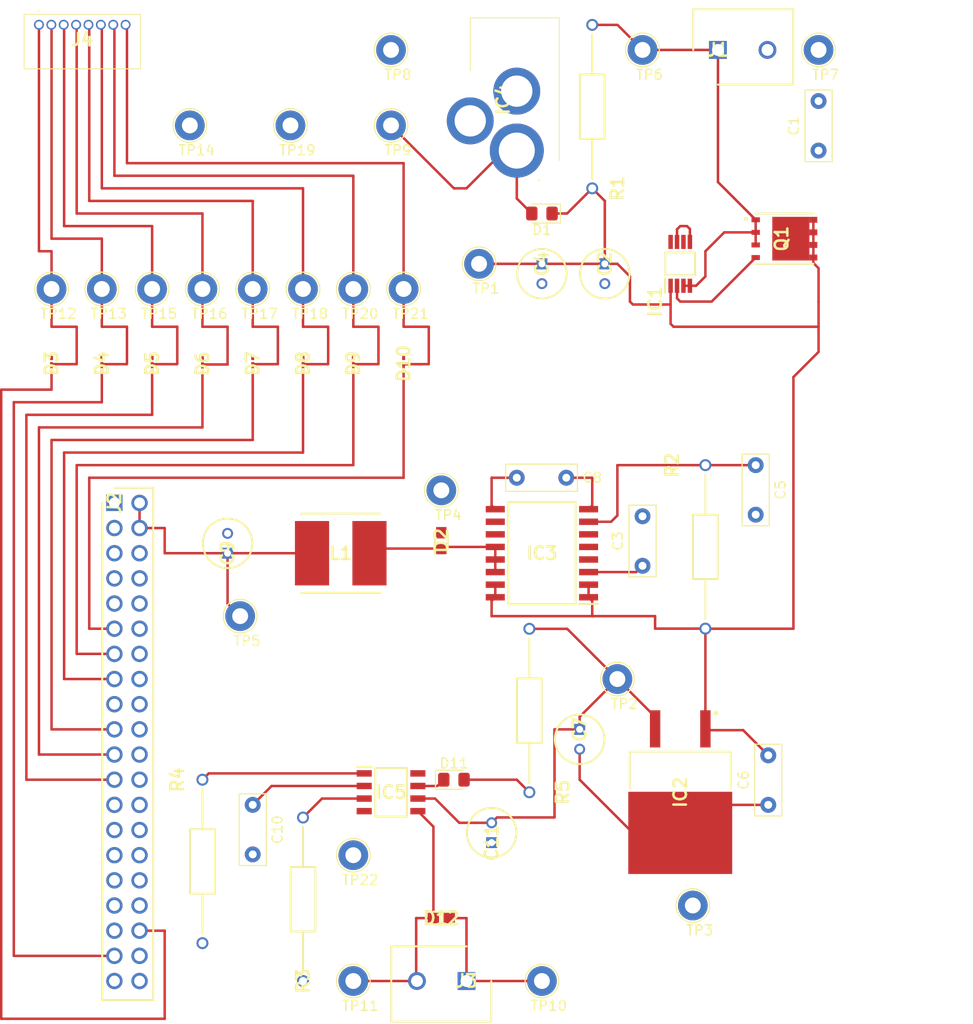
<source format=kicad_pcb>
(kicad_pcb (version 20171130) (host pcbnew "(5.1.10)-1")

  (general
    (thickness 1.6)
    (drawings 0)
    (tracks 240)
    (zones 0)
    (modules 61)
    (nets 58)
  )

  (page A4)
  (layers
    (0 F.Cu signal)
    (31 B.Cu signal)
    (32 B.Adhes user)
    (33 F.Adhes user)
    (34 B.Paste user)
    (35 F.Paste user)
    (36 B.SilkS user)
    (37 F.SilkS user)
    (38 B.Mask user)
    (39 F.Mask user)
    (40 Dwgs.User user)
    (41 Cmts.User user)
    (42 Eco1.User user)
    (43 Eco2.User user)
    (44 Edge.Cuts user)
    (45 Margin user)
    (46 B.CrtYd user)
    (47 F.CrtYd user)
    (48 B.Fab user)
    (49 F.Fab user)
  )

  (setup
    (last_trace_width 0.25)
    (trace_clearance 0.2)
    (zone_clearance 0.508)
    (zone_45_only no)
    (trace_min 0.2)
    (via_size 0.8)
    (via_drill 0.4)
    (via_min_size 0.4)
    (via_min_drill 0.3)
    (uvia_size 0.3)
    (uvia_drill 0.1)
    (uvias_allowed no)
    (uvia_min_size 0.2)
    (uvia_min_drill 0.1)
    (edge_width 0.05)
    (segment_width 0.2)
    (pcb_text_width 0.3)
    (pcb_text_size 1.5 1.5)
    (mod_edge_width 0.12)
    (mod_text_size 1 1)
    (mod_text_width 0.15)
    (pad_size 1.524 1.524)
    (pad_drill 0.762)
    (pad_to_mask_clearance 0)
    (aux_axis_origin 0 0)
    (visible_elements 7FFFFFFF)
    (pcbplotparams
      (layerselection 0x010fc_ffffffff)
      (usegerberextensions false)
      (usegerberattributes true)
      (usegerberadvancedattributes true)
      (creategerberjobfile true)
      (excludeedgelayer true)
      (linewidth 0.100000)
      (plotframeref false)
      (viasonmask false)
      (mode 1)
      (useauxorigin false)
      (hpglpennumber 1)
      (hpglpenspeed 20)
      (hpglpendiameter 15.000000)
      (psnegative false)
      (psa4output false)
      (plotreference true)
      (plotvalue true)
      (plotinvisibletext false)
      (padsonsilk false)
      (subtractmaskfromsilk false)
      (outputformat 1)
      (mirror false)
      (drillshape 1)
      (scaleselection 1)
      (outputdirectory ""))
  )

  (net 0 "")
  (net 1 "Net-(C1-Pad2)")
  (net 2 GND)
  (net 3 "Net-(C2-Pad1)")
  (net 4 "Net-(C3-Pad1)")
  (net 5 "Net-(C5-Pad1)")
  (net 6 /Connectors/VS)
  (net 7 "Net-(C8-Pad2)")
  (net 8 /Connectors/5V_Reg)
  (net 9 "Net-(C10-Pad1)")
  (net 10 /Connectors/VCC)
  (net 11 "Net-(D2-Pad1)")
  (net 12 "Net-(D3-Pad1)")
  (net 13 "Net-(D4-Pad1)")
  (net 14 "Net-(D5-Pad1)")
  (net 15 "Net-(D6-Pad1)")
  (net 16 "Net-(D7-Pad1)")
  (net 17 "Net-(D8-Pad1)")
  (net 18 "Net-(D9-Pad1)")
  (net 19 "Net-(D10-Pad1)")
  (net 20 "Net-(D11-Pad2)")
  (net 21 "Net-(D11-Pad1)")
  (net 22 /Connectors/Control)
  (net 23 /Connectors/Rechargeable_Batteries)
  (net 24 "Net-(IC1-Pad2)")
  (net 25 "Net-(IC3-Pad10)")
  (net 26 "Net-(IC3-Pad6)")
  (net 27 "Net-(IC3-Pad5)")
  (net 28 "Net-(IC3-Pad4)")
  (net 29 /Connectors/Solenoid_Driver_Input)
  (net 30 "Net-(IC5-Pad3)")
  (net 31 "Net-(IC5-Pad1)")
  (net 32 "Net-(J2-Pad40)")
  (net 33 "Net-(J2-Pad38)")
  (net 34 "Net-(J2-Pad35)")
  (net 35 "Net-(J2-Pad33)")
  (net 36 "Net-(J2-Pad32)")
  (net 37 "Net-(J2-Pad31)")
  (net 38 "Net-(J2-Pad29)")
  (net 39 "Net-(J2-Pad28)")
  (net 40 "Net-(J2-Pad27)")
  (net 41 "Net-(J2-Pad26)")
  (net 42 "Net-(J2-Pad24)")
  (net 43 "Net-(J2-Pad22)")
  (net 44 "Net-(J2-Pad18)")
  (net 45 "Net-(J2-Pad17)")
  (net 46 "Net-(J2-Pad16)")
  (net 47 "Net-(J2-Pad12)")
  (net 48 "Net-(J2-Pad10)")
  (net 49 "Net-(J2-Pad7)")
  (net 50 "Net-(J2-Pad5)")
  (net 51 "Net-(J2-Pad3)")
  (net 52 "Net-(J2-Pad1)")
  (net 53 "Net-(Q1-Pad9)")
  (net 54 "Net-(TP3-Pad1)")
  (net 55 "Net-(TP4-Pad1)")
  (net 56 "Net-(TP19-Pad1)")
  (net 57 "Net-(TP22-Pad1)")

  (net_class Default "This is the default net class."
    (clearance 0.2)
    (trace_width 0.25)
    (via_dia 0.8)
    (via_drill 0.4)
    (uvia_dia 0.3)
    (uvia_drill 0.1)
    (add_net /Connectors/5V_Reg)
    (add_net /Connectors/Control)
    (add_net /Connectors/Rechargeable_Batteries)
    (add_net /Connectors/Solenoid_Driver_Input)
    (add_net /Connectors/VCC)
    (add_net /Connectors/VS)
    (add_net GND)
    (add_net "Net-(C1-Pad2)")
    (add_net "Net-(C10-Pad1)")
    (add_net "Net-(C2-Pad1)")
    (add_net "Net-(C3-Pad1)")
    (add_net "Net-(C5-Pad1)")
    (add_net "Net-(C8-Pad2)")
    (add_net "Net-(D10-Pad1)")
    (add_net "Net-(D11-Pad1)")
    (add_net "Net-(D11-Pad2)")
    (add_net "Net-(D2-Pad1)")
    (add_net "Net-(D3-Pad1)")
    (add_net "Net-(D4-Pad1)")
    (add_net "Net-(D5-Pad1)")
    (add_net "Net-(D6-Pad1)")
    (add_net "Net-(D7-Pad1)")
    (add_net "Net-(D8-Pad1)")
    (add_net "Net-(D9-Pad1)")
    (add_net "Net-(IC1-Pad2)")
    (add_net "Net-(IC3-Pad10)")
    (add_net "Net-(IC3-Pad4)")
    (add_net "Net-(IC3-Pad5)")
    (add_net "Net-(IC3-Pad6)")
    (add_net "Net-(IC5-Pad1)")
    (add_net "Net-(IC5-Pad3)")
    (add_net "Net-(J2-Pad1)")
    (add_net "Net-(J2-Pad10)")
    (add_net "Net-(J2-Pad12)")
    (add_net "Net-(J2-Pad16)")
    (add_net "Net-(J2-Pad17)")
    (add_net "Net-(J2-Pad18)")
    (add_net "Net-(J2-Pad22)")
    (add_net "Net-(J2-Pad24)")
    (add_net "Net-(J2-Pad26)")
    (add_net "Net-(J2-Pad27)")
    (add_net "Net-(J2-Pad28)")
    (add_net "Net-(J2-Pad29)")
    (add_net "Net-(J2-Pad3)")
    (add_net "Net-(J2-Pad31)")
    (add_net "Net-(J2-Pad32)")
    (add_net "Net-(J2-Pad33)")
    (add_net "Net-(J2-Pad35)")
    (add_net "Net-(J2-Pad38)")
    (add_net "Net-(J2-Pad40)")
    (add_net "Net-(J2-Pad5)")
    (add_net "Net-(J2-Pad7)")
    (add_net "Net-(Q1-Pad9)")
    (add_net "Net-(TP19-Pad1)")
    (add_net "Net-(TP22-Pad1)")
    (add_net "Net-(TP3-Pad1)")
    (add_net "Net-(TP4-Pad1)")
  )

  (module Capstone:RESAD1650W60L650D250 (layer F.Cu) (tedit 0) (tstamp 615F6C9E)
    (at 151.13 125.73 90)
    (descr MRS25)
    (tags Resistor)
    (path /6153F75A/6158256B)
    (fp_text reference R5 (at 0 3.37 90) (layer F.SilkS)
      (effects (font (size 1.27 1.27) (thickness 0.254)))
    )
    (fp_text value 5.6k (at 0 0 90) (layer F.SilkS) hide
      (effects (font (size 1.27 1.27) (thickness 0.254)))
    )
    (fp_line (start -0.85 -1.6) (end 17.35 -1.6) (layer F.CrtYd) (width 0.05))
    (fp_line (start 17.35 -1.6) (end 17.35 1.6) (layer F.CrtYd) (width 0.05))
    (fp_line (start 17.35 1.6) (end -0.85 1.6) (layer F.CrtYd) (width 0.05))
    (fp_line (start -0.85 1.6) (end -0.85 -1.6) (layer F.CrtYd) (width 0.05))
    (fp_line (start 5 -1.25) (end 11.5 -1.25) (layer F.Fab) (width 0.1))
    (fp_line (start 11.5 -1.25) (end 11.5 1.25) (layer F.Fab) (width 0.1))
    (fp_line (start 11.5 1.25) (end 5 1.25) (layer F.Fab) (width 0.1))
    (fp_line (start 5 1.25) (end 5 -1.25) (layer F.Fab) (width 0.1))
    (fp_line (start 0 0) (end 5 0) (layer F.Fab) (width 0.1))
    (fp_line (start 11.5 0) (end 16.5 0) (layer F.Fab) (width 0.1))
    (fp_line (start 5 -1.25) (end 11.5 -1.25) (layer F.SilkS) (width 0.2))
    (fp_line (start 11.5 -1.25) (end 11.5 1.25) (layer F.SilkS) (width 0.2))
    (fp_line (start 11.5 1.25) (end 5 1.25) (layer F.SilkS) (width 0.2))
    (fp_line (start 5 1.25) (end 5 -1.25) (layer F.SilkS) (width 0.2))
    (fp_line (start 0.95 0) (end 5 0) (layer F.SilkS) (width 0.2))
    (fp_line (start 11.5 0) (end 15.55 0) (layer F.SilkS) (width 0.2))
    (fp_text user %R (at 0 3.37 90) (layer F.Fab)
      (effects (font (size 1.27 1.27) (thickness 0.254)))
    )
    (pad 2 thru_hole circle (at 16.5 0 90) (size 1.2 1.2) (drill 0.8) (layers *.Cu *.Mask)
      (net 6 /Connectors/VS))
    (pad 1 thru_hole circle (at 0 0 90) (size 1.2 1.2) (drill 0.8) (layers *.Cu *.Mask)
      (net 20 "Net-(D11-Pad2)"))
    (model "C:\\Users\\chros\\Documents\\ECE Capstone\\Hardware\\Libraries\\SamacSys_Parts.3dshapes\\MRS25000C2053FCT00.stp"
      (at (xyz 0 0 0))
      (scale (xyz 1 1 1))
      (rotate (xyz 0 0 0))
    )
  )

  (module Capstone:RESAD1650W60L650D250 (layer F.Cu) (tedit 0) (tstamp 615F6C87)
    (at 118.11 124.46 270)
    (descr MRS25)
    (tags Resistor)
    (path /6153F75A/6157706B)
    (fp_text reference R4 (at 0 2.54 90) (layer F.SilkS)
      (effects (font (size 1.27 1.27) (thickness 0.254)))
    )
    (fp_text value 137k (at 0 0 90) (layer F.SilkS) hide
      (effects (font (size 1.27 1.27) (thickness 0.254)))
    )
    (fp_line (start -0.85 -1.6) (end 17.35 -1.6) (layer F.CrtYd) (width 0.05))
    (fp_line (start 17.35 -1.6) (end 17.35 1.6) (layer F.CrtYd) (width 0.05))
    (fp_line (start 17.35 1.6) (end -0.85 1.6) (layer F.CrtYd) (width 0.05))
    (fp_line (start -0.85 1.6) (end -0.85 -1.6) (layer F.CrtYd) (width 0.05))
    (fp_line (start 5 -1.25) (end 11.5 -1.25) (layer F.Fab) (width 0.1))
    (fp_line (start 11.5 -1.25) (end 11.5 1.25) (layer F.Fab) (width 0.1))
    (fp_line (start 11.5 1.25) (end 5 1.25) (layer F.Fab) (width 0.1))
    (fp_line (start 5 1.25) (end 5 -1.25) (layer F.Fab) (width 0.1))
    (fp_line (start 0 0) (end 5 0) (layer F.Fab) (width 0.1))
    (fp_line (start 11.5 0) (end 16.5 0) (layer F.Fab) (width 0.1))
    (fp_line (start 5 -1.25) (end 11.5 -1.25) (layer F.SilkS) (width 0.2))
    (fp_line (start 11.5 -1.25) (end 11.5 1.25) (layer F.SilkS) (width 0.2))
    (fp_line (start 11.5 1.25) (end 5 1.25) (layer F.SilkS) (width 0.2))
    (fp_line (start 5 1.25) (end 5 -1.25) (layer F.SilkS) (width 0.2))
    (fp_line (start 0.95 0) (end 5 0) (layer F.SilkS) (width 0.2))
    (fp_line (start 11.5 0) (end 15.55 0) (layer F.SilkS) (width 0.2))
    (fp_text user %R (at 0 2.54 90) (layer F.Fab)
      (effects (font (size 1.27 1.27) (thickness 0.254)))
    )
    (pad 2 thru_hole circle (at 16.5 0 270) (size 1.2 1.2) (drill 0.8) (layers *.Cu *.Mask)
      (net 2 GND))
    (pad 1 thru_hole circle (at 0 0 270) (size 1.2 1.2) (drill 0.8) (layers *.Cu *.Mask)
      (net 31 "Net-(IC5-Pad1)"))
    (model "C:\\Users\\chros\\Documents\\ECE Capstone\\Hardware\\Libraries\\SamacSys_Parts.3dshapes\\MRS25000C2053FCT00.stp"
      (at (xyz 0 0 0))
      (scale (xyz 1 1 1))
      (rotate (xyz 0 0 0))
    )
  )

  (module Capstone:RESAD1650W60L650D250 (layer F.Cu) (tedit 0) (tstamp 615F7C98)
    (at 168.91 92.71 270)
    (descr MRS25)
    (tags Resistor)
    (path /6153BBA2/6154CCF0)
    (fp_text reference R2 (at 0 3.37 90) (layer F.SilkS)
      (effects (font (size 1.27 1.27) (thickness 0.254)))
    )
    (fp_text value 510k (at 0 0 90) (layer F.SilkS) hide
      (effects (font (size 1.27 1.27) (thickness 0.254)))
    )
    (fp_line (start -0.85 -1.6) (end 17.35 -1.6) (layer F.CrtYd) (width 0.05))
    (fp_line (start 17.35 -1.6) (end 17.35 1.6) (layer F.CrtYd) (width 0.05))
    (fp_line (start 17.35 1.6) (end -0.85 1.6) (layer F.CrtYd) (width 0.05))
    (fp_line (start -0.85 1.6) (end -0.85 -1.6) (layer F.CrtYd) (width 0.05))
    (fp_line (start 5 -1.25) (end 11.5 -1.25) (layer F.Fab) (width 0.1))
    (fp_line (start 11.5 -1.25) (end 11.5 1.25) (layer F.Fab) (width 0.1))
    (fp_line (start 11.5 1.25) (end 5 1.25) (layer F.Fab) (width 0.1))
    (fp_line (start 5 1.25) (end 5 -1.25) (layer F.Fab) (width 0.1))
    (fp_line (start 0 0) (end 5 0) (layer F.Fab) (width 0.1))
    (fp_line (start 11.5 0) (end 16.5 0) (layer F.Fab) (width 0.1))
    (fp_line (start 5 -1.25) (end 11.5 -1.25) (layer F.SilkS) (width 0.2))
    (fp_line (start 11.5 -1.25) (end 11.5 1.25) (layer F.SilkS) (width 0.2))
    (fp_line (start 11.5 1.25) (end 5 1.25) (layer F.SilkS) (width 0.2))
    (fp_line (start 5 1.25) (end 5 -1.25) (layer F.SilkS) (width 0.2))
    (fp_line (start 0.95 0) (end 5 0) (layer F.SilkS) (width 0.2))
    (fp_line (start 11.5 0) (end 15.55 0) (layer F.SilkS) (width 0.2))
    (fp_text user %R (at 0 3.37 90) (layer F.Fab)
      (effects (font (size 1.27 1.27) (thickness 0.254)))
    )
    (pad 2 thru_hole circle (at 16.5 0 270) (size 1.2 1.2) (drill 0.8) (layers *.Cu *.Mask)
      (net 3 "Net-(C2-Pad1)"))
    (pad 1 thru_hole circle (at 0 0 270) (size 1.2 1.2) (drill 0.8) (layers *.Cu *.Mask)
      (net 5 "Net-(C5-Pad1)"))
    (model "C:\\Users\\chros\\Documents\\ECE Capstone\\Hardware\\Libraries\\SamacSys_Parts.3dshapes\\MRS25000C2053FCT00.stp"
      (at (xyz 0 0 0))
      (scale (xyz 1 1 1))
      (rotate (xyz 0 0 0))
    )
  )

  (module Capstone:RESAD1650W60L650D250 (layer F.Cu) (tedit 0) (tstamp 615F6C2D)
    (at 157.48 64.77 90)
    (descr MRS25)
    (tags Resistor)
    (path /6153BBA2/615CD244)
    (fp_text reference R1 (at 0 2.54 90) (layer F.SilkS)
      (effects (font (size 1.27 1.27) (thickness 0.254)))
    )
    (fp_text value 111 (at 0 0 90) (layer F.SilkS) hide
      (effects (font (size 1.27 1.27) (thickness 0.254)))
    )
    (fp_line (start -0.85 -1.6) (end 17.35 -1.6) (layer F.CrtYd) (width 0.05))
    (fp_line (start 17.35 -1.6) (end 17.35 1.6) (layer F.CrtYd) (width 0.05))
    (fp_line (start 17.35 1.6) (end -0.85 1.6) (layer F.CrtYd) (width 0.05))
    (fp_line (start -0.85 1.6) (end -0.85 -1.6) (layer F.CrtYd) (width 0.05))
    (fp_line (start 5 -1.25) (end 11.5 -1.25) (layer F.Fab) (width 0.1))
    (fp_line (start 11.5 -1.25) (end 11.5 1.25) (layer F.Fab) (width 0.1))
    (fp_line (start 11.5 1.25) (end 5 1.25) (layer F.Fab) (width 0.1))
    (fp_line (start 5 1.25) (end 5 -1.25) (layer F.Fab) (width 0.1))
    (fp_line (start 0 0) (end 5 0) (layer F.Fab) (width 0.1))
    (fp_line (start 11.5 0) (end 16.5 0) (layer F.Fab) (width 0.1))
    (fp_line (start 5 -1.25) (end 11.5 -1.25) (layer F.SilkS) (width 0.2))
    (fp_line (start 11.5 -1.25) (end 11.5 1.25) (layer F.SilkS) (width 0.2))
    (fp_line (start 11.5 1.25) (end 5 1.25) (layer F.SilkS) (width 0.2))
    (fp_line (start 5 1.25) (end 5 -1.25) (layer F.SilkS) (width 0.2))
    (fp_line (start 0.95 0) (end 5 0) (layer F.SilkS) (width 0.2))
    (fp_line (start 11.5 0) (end 15.55 0) (layer F.SilkS) (width 0.2))
    (fp_text user %R (at 0 2.54 90) (layer F.Fab)
      (effects (font (size 1.27 1.27) (thickness 0.254)))
    )
    (pad 2 thru_hole circle (at 16.5 0 90) (size 1.2 1.2) (drill 0.8) (layers *.Cu *.Mask)
      (net 23 /Connectors/Rechargeable_Batteries))
    (pad 1 thru_hole circle (at 0 0 90) (size 1.2 1.2) (drill 0.8) (layers *.Cu *.Mask)
      (net 3 "Net-(C2-Pad1)"))
    (model "C:\\Users\\chros\\Documents\\ECE Capstone\\Hardware\\Libraries\\SamacSys_Parts.3dshapes\\MRS25000C2053FCT00.stp"
      (at (xyz 0 0 0))
      (scale (xyz 1 1 1))
      (rotate (xyz 0 0 0))
    )
  )

  (module TestPoint:TestPoint_Loop_D2.60mm_Drill1.6mm_Beaded (layer F.Cu) (tedit 5A0F774F) (tstamp 615F42A8)
    (at 133.35 132.08)
    (descr "wire loop with bead as test point, loop diameter2.6mm, hole diameter 1.6mm")
    (tags "test point wire loop bead")
    (path /6153F75A/6185655C)
    (fp_text reference TP22 (at 0.7 2.5) (layer F.SilkS)
      (effects (font (size 1 1) (thickness 0.15)))
    )
    (fp_text value "GND Driver" (at 0 -2.8) (layer F.Fab)
      (effects (font (size 1 1) (thickness 0.15)))
    )
    (fp_line (start -1.3 -0.3) (end -1.3 0.3) (layer F.Fab) (width 0.12))
    (fp_line (start -1.3 0.3) (end 1.3 0.3) (layer F.Fab) (width 0.12))
    (fp_line (start 1.3 0.3) (end 1.3 -0.3) (layer F.Fab) (width 0.12))
    (fp_line (start 1.3 -0.3) (end -1.3 -0.3) (layer F.Fab) (width 0.12))
    (fp_circle (center 0 0) (end 2 0) (layer F.CrtYd) (width 0.05))
    (fp_circle (center 0 0) (end 1.7 0) (layer F.SilkS) (width 0.12))
    (fp_circle (center 0 0) (end 1.5 0) (layer F.Fab) (width 0.12))
    (fp_text user %R (at 0.7 2.5) (layer F.Fab)
      (effects (font (size 1 1) (thickness 0.15)))
    )
    (pad 1 thru_hole circle (at 0 0) (size 3 3) (drill 1.6) (layers *.Cu *.Mask)
      (net 57 "Net-(TP22-Pad1)"))
    (model ${KISYS3DMOD}/TestPoint.3dshapes/TestPoint_Loop_D2.60mm_Drill1.6mm_Beaded.wrl
      (at (xyz 0 0 0))
      (scale (xyz 1 1 1))
      (rotate (xyz 0 0 0))
    )
  )

  (module TestPoint:TestPoint_Loop_D2.60mm_Drill1.6mm_Beaded (layer F.Cu) (tedit 5A0F774F) (tstamp 615F429B)
    (at 138.43 74.93)
    (descr "wire loop with bead as test point, loop diameter2.6mm, hole diameter 1.6mm")
    (tags "test point wire loop bead")
    (path /61536750/617EEBE7)
    (fp_text reference TP21 (at 0.7 2.5) (layer F.SilkS)
      (effects (font (size 1 1) (thickness 0.15)))
    )
    (fp_text value "Keypad 8" (at 0 -2.8) (layer F.Fab)
      (effects (font (size 1 1) (thickness 0.15)))
    )
    (fp_line (start -1.3 -0.3) (end -1.3 0.3) (layer F.Fab) (width 0.12))
    (fp_line (start -1.3 0.3) (end 1.3 0.3) (layer F.Fab) (width 0.12))
    (fp_line (start 1.3 0.3) (end 1.3 -0.3) (layer F.Fab) (width 0.12))
    (fp_line (start 1.3 -0.3) (end -1.3 -0.3) (layer F.Fab) (width 0.12))
    (fp_circle (center 0 0) (end 2 0) (layer F.CrtYd) (width 0.05))
    (fp_circle (center 0 0) (end 1.7 0) (layer F.SilkS) (width 0.12))
    (fp_circle (center 0 0) (end 1.5 0) (layer F.Fab) (width 0.12))
    (fp_text user %R (at 0.7 2.5) (layer F.Fab)
      (effects (font (size 1 1) (thickness 0.15)))
    )
    (pad 1 thru_hole circle (at 0 0) (size 3 3) (drill 1.6) (layers *.Cu *.Mask)
      (net 19 "Net-(D10-Pad1)"))
    (model ${KISYS3DMOD}/TestPoint.3dshapes/TestPoint_Loop_D2.60mm_Drill1.6mm_Beaded.wrl
      (at (xyz 0 0 0))
      (scale (xyz 1 1 1))
      (rotate (xyz 0 0 0))
    )
  )

  (module TestPoint:TestPoint_Loop_D2.60mm_Drill1.6mm_Beaded (layer F.Cu) (tedit 5A0F774F) (tstamp 615F428E)
    (at 133.35 74.93)
    (descr "wire loop with bead as test point, loop diameter2.6mm, hole diameter 1.6mm")
    (tags "test point wire loop bead")
    (path /61536750/617EBE74)
    (fp_text reference TP20 (at 0.7 2.5) (layer F.SilkS)
      (effects (font (size 1 1) (thickness 0.15)))
    )
    (fp_text value "Keypad 7" (at 0 -2.8) (layer F.Fab)
      (effects (font (size 1 1) (thickness 0.15)))
    )
    (fp_line (start -1.3 -0.3) (end -1.3 0.3) (layer F.Fab) (width 0.12))
    (fp_line (start -1.3 0.3) (end 1.3 0.3) (layer F.Fab) (width 0.12))
    (fp_line (start 1.3 0.3) (end 1.3 -0.3) (layer F.Fab) (width 0.12))
    (fp_line (start 1.3 -0.3) (end -1.3 -0.3) (layer F.Fab) (width 0.12))
    (fp_circle (center 0 0) (end 2 0) (layer F.CrtYd) (width 0.05))
    (fp_circle (center 0 0) (end 1.7 0) (layer F.SilkS) (width 0.12))
    (fp_circle (center 0 0) (end 1.5 0) (layer F.Fab) (width 0.12))
    (fp_text user %R (at 0.7 2.5) (layer F.Fab)
      (effects (font (size 1 1) (thickness 0.15)))
    )
    (pad 1 thru_hole circle (at 0 0) (size 3 3) (drill 1.6) (layers *.Cu *.Mask)
      (net 18 "Net-(D9-Pad1)"))
    (model ${KISYS3DMOD}/TestPoint.3dshapes/TestPoint_Loop_D2.60mm_Drill1.6mm_Beaded.wrl
      (at (xyz 0 0 0))
      (scale (xyz 1 1 1))
      (rotate (xyz 0 0 0))
    )
  )

  (module TestPoint:TestPoint_Loop_D2.60mm_Drill1.6mm_Beaded (layer F.Cu) (tedit 5A0F774F) (tstamp 615F4281)
    (at 127 58.42)
    (descr "wire loop with bead as test point, loop diameter2.6mm, hole diameter 1.6mm")
    (tags "test point wire loop bead")
    (path /61536750/61841CC3)
    (fp_text reference TP19 (at 0.7 2.5) (layer F.SilkS)
      (effects (font (size 1 1) (thickness 0.15)))
    )
    (fp_text value "GND Keypad" (at 0 -2.8) (layer F.Fab)
      (effects (font (size 1 1) (thickness 0.15)))
    )
    (fp_line (start -1.3 -0.3) (end -1.3 0.3) (layer F.Fab) (width 0.12))
    (fp_line (start -1.3 0.3) (end 1.3 0.3) (layer F.Fab) (width 0.12))
    (fp_line (start 1.3 0.3) (end 1.3 -0.3) (layer F.Fab) (width 0.12))
    (fp_line (start 1.3 -0.3) (end -1.3 -0.3) (layer F.Fab) (width 0.12))
    (fp_circle (center 0 0) (end 2 0) (layer F.CrtYd) (width 0.05))
    (fp_circle (center 0 0) (end 1.7 0) (layer F.SilkS) (width 0.12))
    (fp_circle (center 0 0) (end 1.5 0) (layer F.Fab) (width 0.12))
    (fp_text user %R (at 0.7 2.5) (layer F.Fab)
      (effects (font (size 1 1) (thickness 0.15)))
    )
    (pad 1 thru_hole circle (at 0 0) (size 3 3) (drill 1.6) (layers *.Cu *.Mask)
      (net 56 "Net-(TP19-Pad1)"))
    (model ${KISYS3DMOD}/TestPoint.3dshapes/TestPoint_Loop_D2.60mm_Drill1.6mm_Beaded.wrl
      (at (xyz 0 0 0))
      (scale (xyz 1 1 1))
      (rotate (xyz 0 0 0))
    )
  )

  (module TestPoint:TestPoint_Loop_D2.60mm_Drill1.6mm_Beaded (layer F.Cu) (tedit 5A0F774F) (tstamp 615F4274)
    (at 128.27 74.93)
    (descr "wire loop with bead as test point, loop diameter2.6mm, hole diameter 1.6mm")
    (tags "test point wire loop bead")
    (path /61536750/617CB7E4)
    (fp_text reference TP18 (at 0.7 2.5) (layer F.SilkS)
      (effects (font (size 1 1) (thickness 0.15)))
    )
    (fp_text value "Keypad 6" (at 0 -2.8) (layer F.Fab)
      (effects (font (size 1 1) (thickness 0.15)))
    )
    (fp_line (start -1.3 -0.3) (end -1.3 0.3) (layer F.Fab) (width 0.12))
    (fp_line (start -1.3 0.3) (end 1.3 0.3) (layer F.Fab) (width 0.12))
    (fp_line (start 1.3 0.3) (end 1.3 -0.3) (layer F.Fab) (width 0.12))
    (fp_line (start 1.3 -0.3) (end -1.3 -0.3) (layer F.Fab) (width 0.12))
    (fp_circle (center 0 0) (end 2 0) (layer F.CrtYd) (width 0.05))
    (fp_circle (center 0 0) (end 1.7 0) (layer F.SilkS) (width 0.12))
    (fp_circle (center 0 0) (end 1.5 0) (layer F.Fab) (width 0.12))
    (fp_text user %R (at 0.7 2.5) (layer F.Fab)
      (effects (font (size 1 1) (thickness 0.15)))
    )
    (pad 1 thru_hole circle (at 0 0) (size 3 3) (drill 1.6) (layers *.Cu *.Mask)
      (net 17 "Net-(D8-Pad1)"))
    (model ${KISYS3DMOD}/TestPoint.3dshapes/TestPoint_Loop_D2.60mm_Drill1.6mm_Beaded.wrl
      (at (xyz 0 0 0))
      (scale (xyz 1 1 1))
      (rotate (xyz 0 0 0))
    )
  )

  (module TestPoint:TestPoint_Loop_D2.60mm_Drill1.6mm_Beaded (layer F.Cu) (tedit 5A0F774F) (tstamp 615F4267)
    (at 123.19 74.93)
    (descr "wire loop with bead as test point, loop diameter2.6mm, hole diameter 1.6mm")
    (tags "test point wire loop bead")
    (path /61536750/617C908C)
    (fp_text reference TP17 (at 0.7 2.5) (layer F.SilkS)
      (effects (font (size 1 1) (thickness 0.15)))
    )
    (fp_text value "Keypad 5" (at 0 -2.8) (layer F.Fab)
      (effects (font (size 1 1) (thickness 0.15)))
    )
    (fp_line (start -1.3 -0.3) (end -1.3 0.3) (layer F.Fab) (width 0.12))
    (fp_line (start -1.3 0.3) (end 1.3 0.3) (layer F.Fab) (width 0.12))
    (fp_line (start 1.3 0.3) (end 1.3 -0.3) (layer F.Fab) (width 0.12))
    (fp_line (start 1.3 -0.3) (end -1.3 -0.3) (layer F.Fab) (width 0.12))
    (fp_circle (center 0 0) (end 2 0) (layer F.CrtYd) (width 0.05))
    (fp_circle (center 0 0) (end 1.7 0) (layer F.SilkS) (width 0.12))
    (fp_circle (center 0 0) (end 1.5 0) (layer F.Fab) (width 0.12))
    (fp_text user %R (at 0.7 2.5) (layer F.Fab)
      (effects (font (size 1 1) (thickness 0.15)))
    )
    (pad 1 thru_hole circle (at 0 0) (size 3 3) (drill 1.6) (layers *.Cu *.Mask)
      (net 16 "Net-(D7-Pad1)"))
    (model ${KISYS3DMOD}/TestPoint.3dshapes/TestPoint_Loop_D2.60mm_Drill1.6mm_Beaded.wrl
      (at (xyz 0 0 0))
      (scale (xyz 1 1 1))
      (rotate (xyz 0 0 0))
    )
  )

  (module TestPoint:TestPoint_Loop_D2.60mm_Drill1.6mm_Beaded (layer F.Cu) (tedit 5A0F774F) (tstamp 615F425A)
    (at 118.11 74.93)
    (descr "wire loop with bead as test point, loop diameter2.6mm, hole diameter 1.6mm")
    (tags "test point wire loop bead")
    (path /61536750/617C6A91)
    (fp_text reference TP16 (at 0.7 2.5) (layer F.SilkS)
      (effects (font (size 1 1) (thickness 0.15)))
    )
    (fp_text value "Keypad 4" (at 0 -2.8) (layer F.Fab)
      (effects (font (size 1 1) (thickness 0.15)))
    )
    (fp_line (start -1.3 -0.3) (end -1.3 0.3) (layer F.Fab) (width 0.12))
    (fp_line (start -1.3 0.3) (end 1.3 0.3) (layer F.Fab) (width 0.12))
    (fp_line (start 1.3 0.3) (end 1.3 -0.3) (layer F.Fab) (width 0.12))
    (fp_line (start 1.3 -0.3) (end -1.3 -0.3) (layer F.Fab) (width 0.12))
    (fp_circle (center 0 0) (end 2 0) (layer F.CrtYd) (width 0.05))
    (fp_circle (center 0 0) (end 1.7 0) (layer F.SilkS) (width 0.12))
    (fp_circle (center 0 0) (end 1.5 0) (layer F.Fab) (width 0.12))
    (fp_text user %R (at 0.7 2.5) (layer F.Fab)
      (effects (font (size 1 1) (thickness 0.15)))
    )
    (pad 1 thru_hole circle (at 0 0) (size 3 3) (drill 1.6) (layers *.Cu *.Mask)
      (net 15 "Net-(D6-Pad1)"))
    (model ${KISYS3DMOD}/TestPoint.3dshapes/TestPoint_Loop_D2.60mm_Drill1.6mm_Beaded.wrl
      (at (xyz 0 0 0))
      (scale (xyz 1 1 1))
      (rotate (xyz 0 0 0))
    )
  )

  (module TestPoint:TestPoint_Loop_D2.60mm_Drill1.6mm_Beaded (layer F.Cu) (tedit 5A0F774F) (tstamp 615F424D)
    (at 113.03 74.93)
    (descr "wire loop with bead as test point, loop diameter2.6mm, hole diameter 1.6mm")
    (tags "test point wire loop bead")
    (path /61536750/617C4443)
    (fp_text reference TP15 (at 0.7 2.5) (layer F.SilkS)
      (effects (font (size 1 1) (thickness 0.15)))
    )
    (fp_text value "Keypad 3" (at 0 -2.8) (layer F.Fab)
      (effects (font (size 1 1) (thickness 0.15)))
    )
    (fp_line (start -1.3 -0.3) (end -1.3 0.3) (layer F.Fab) (width 0.12))
    (fp_line (start -1.3 0.3) (end 1.3 0.3) (layer F.Fab) (width 0.12))
    (fp_line (start 1.3 0.3) (end 1.3 -0.3) (layer F.Fab) (width 0.12))
    (fp_line (start 1.3 -0.3) (end -1.3 -0.3) (layer F.Fab) (width 0.12))
    (fp_circle (center 0 0) (end 2 0) (layer F.CrtYd) (width 0.05))
    (fp_circle (center 0 0) (end 1.7 0) (layer F.SilkS) (width 0.12))
    (fp_circle (center 0 0) (end 1.5 0) (layer F.Fab) (width 0.12))
    (fp_text user %R (at 0.7 2.5) (layer F.Fab)
      (effects (font (size 1 1) (thickness 0.15)))
    )
    (pad 1 thru_hole circle (at 0 0) (size 3 3) (drill 1.6) (layers *.Cu *.Mask)
      (net 14 "Net-(D5-Pad1)"))
    (model ${KISYS3DMOD}/TestPoint.3dshapes/TestPoint_Loop_D2.60mm_Drill1.6mm_Beaded.wrl
      (at (xyz 0 0 0))
      (scale (xyz 1 1 1))
      (rotate (xyz 0 0 0))
    )
  )

  (module TestPoint:TestPoint_Loop_D2.60mm_Drill1.6mm_Beaded (layer F.Cu) (tedit 5A0F774F) (tstamp 615F4240)
    (at 116.84 58.42)
    (descr "wire loop with bead as test point, loop diameter2.6mm, hole diameter 1.6mm")
    (tags "test point wire loop bead")
    (path /61536750/61839E0C)
    (fp_text reference TP14 (at 0.7 2.5) (layer F.SilkS)
      (effects (font (size 1 1) (thickness 0.15)))
    )
    (fp_text value "GND Keypad" (at 0 -2.8) (layer F.Fab)
      (effects (font (size 1 1) (thickness 0.15)))
    )
    (fp_line (start -1.3 -0.3) (end -1.3 0.3) (layer F.Fab) (width 0.12))
    (fp_line (start -1.3 0.3) (end 1.3 0.3) (layer F.Fab) (width 0.12))
    (fp_line (start 1.3 0.3) (end 1.3 -0.3) (layer F.Fab) (width 0.12))
    (fp_line (start 1.3 -0.3) (end -1.3 -0.3) (layer F.Fab) (width 0.12))
    (fp_circle (center 0 0) (end 2 0) (layer F.CrtYd) (width 0.05))
    (fp_circle (center 0 0) (end 1.7 0) (layer F.SilkS) (width 0.12))
    (fp_circle (center 0 0) (end 1.5 0) (layer F.Fab) (width 0.12))
    (fp_text user %R (at 0.7 2.5) (layer F.Fab)
      (effects (font (size 1 1) (thickness 0.15)))
    )
    (pad 1 thru_hole circle (at 0 0) (size 3 3) (drill 1.6) (layers *.Cu *.Mask)
      (net 2 GND))
    (model ${KISYS3DMOD}/TestPoint.3dshapes/TestPoint_Loop_D2.60mm_Drill1.6mm_Beaded.wrl
      (at (xyz 0 0 0))
      (scale (xyz 1 1 1))
      (rotate (xyz 0 0 0))
    )
  )

  (module TestPoint:TestPoint_Loop_D2.60mm_Drill1.6mm_Beaded (layer F.Cu) (tedit 5A0F774F) (tstamp 615F4233)
    (at 107.95 74.93)
    (descr "wire loop with bead as test point, loop diameter2.6mm, hole diameter 1.6mm")
    (tags "test point wire loop bead")
    (path /61536750/617C1E13)
    (fp_text reference TP13 (at 0.7 2.5) (layer F.SilkS)
      (effects (font (size 1 1) (thickness 0.15)))
    )
    (fp_text value "Keypad 2" (at 0 -2.8) (layer F.Fab)
      (effects (font (size 1 1) (thickness 0.15)))
    )
    (fp_line (start -1.3 -0.3) (end -1.3 0.3) (layer F.Fab) (width 0.12))
    (fp_line (start -1.3 0.3) (end 1.3 0.3) (layer F.Fab) (width 0.12))
    (fp_line (start 1.3 0.3) (end 1.3 -0.3) (layer F.Fab) (width 0.12))
    (fp_line (start 1.3 -0.3) (end -1.3 -0.3) (layer F.Fab) (width 0.12))
    (fp_circle (center 0 0) (end 2 0) (layer F.CrtYd) (width 0.05))
    (fp_circle (center 0 0) (end 1.7 0) (layer F.SilkS) (width 0.12))
    (fp_circle (center 0 0) (end 1.5 0) (layer F.Fab) (width 0.12))
    (fp_text user %R (at 0.7 2.5) (layer F.Fab)
      (effects (font (size 1 1) (thickness 0.15)))
    )
    (pad 1 thru_hole circle (at 0 0) (size 3 3) (drill 1.6) (layers *.Cu *.Mask)
      (net 13 "Net-(D4-Pad1)"))
    (model ${KISYS3DMOD}/TestPoint.3dshapes/TestPoint_Loop_D2.60mm_Drill1.6mm_Beaded.wrl
      (at (xyz 0 0 0))
      (scale (xyz 1 1 1))
      (rotate (xyz 0 0 0))
    )
  )

  (module TestPoint:TestPoint_Loop_D2.60mm_Drill1.6mm_Beaded (layer F.Cu) (tedit 5A0F774F) (tstamp 615F4226)
    (at 102.87 74.93)
    (descr "wire loop with bead as test point, loop diameter2.6mm, hole diameter 1.6mm")
    (tags "test point wire loop bead")
    (path /61536750/617C0D53)
    (fp_text reference TP12 (at 0.7 2.5) (layer F.SilkS)
      (effects (font (size 1 1) (thickness 0.15)))
    )
    (fp_text value "Keypad 1" (at 0 -2.8) (layer F.Fab)
      (effects (font (size 1 1) (thickness 0.15)))
    )
    (fp_line (start -1.3 -0.3) (end -1.3 0.3) (layer F.Fab) (width 0.12))
    (fp_line (start -1.3 0.3) (end 1.3 0.3) (layer F.Fab) (width 0.12))
    (fp_line (start 1.3 0.3) (end 1.3 -0.3) (layer F.Fab) (width 0.12))
    (fp_line (start 1.3 -0.3) (end -1.3 -0.3) (layer F.Fab) (width 0.12))
    (fp_circle (center 0 0) (end 2 0) (layer F.CrtYd) (width 0.05))
    (fp_circle (center 0 0) (end 1.7 0) (layer F.SilkS) (width 0.12))
    (fp_circle (center 0 0) (end 1.5 0) (layer F.Fab) (width 0.12))
    (fp_text user %R (at 0.7 2.5) (layer F.Fab)
      (effects (font (size 1 1) (thickness 0.15)))
    )
    (pad 1 thru_hole circle (at 0 0) (size 3 3) (drill 1.6) (layers *.Cu *.Mask)
      (net 12 "Net-(D3-Pad1)"))
    (model ${KISYS3DMOD}/TestPoint.3dshapes/TestPoint_Loop_D2.60mm_Drill1.6mm_Beaded.wrl
      (at (xyz 0 0 0))
      (scale (xyz 1 1 1))
      (rotate (xyz 0 0 0))
    )
  )

  (module TestPoint:TestPoint_Loop_D2.60mm_Drill1.6mm_Beaded (layer F.Cu) (tedit 5A0F774F) (tstamp 615F4219)
    (at 133.35 144.78)
    (descr "wire loop with bead as test point, loop diameter2.6mm, hole diameter 1.6mm")
    (tags "test point wire loop bead")
    (path /61536750/6180A68B)
    (fp_text reference TP11 (at 0.7 2.5) (layer F.SilkS)
      (effects (font (size 1 1) (thickness 0.15)))
    )
    (fp_text value "TestPoint - Electric Strike Control" (at 0 -2.8) (layer F.Fab)
      (effects (font (size 1 1) (thickness 0.15)))
    )
    (fp_line (start -1.3 -0.3) (end -1.3 0.3) (layer F.Fab) (width 0.12))
    (fp_line (start -1.3 0.3) (end 1.3 0.3) (layer F.Fab) (width 0.12))
    (fp_line (start 1.3 0.3) (end 1.3 -0.3) (layer F.Fab) (width 0.12))
    (fp_line (start 1.3 -0.3) (end -1.3 -0.3) (layer F.Fab) (width 0.12))
    (fp_circle (center 0 0) (end 2 0) (layer F.CrtYd) (width 0.05))
    (fp_circle (center 0 0) (end 1.7 0) (layer F.SilkS) (width 0.12))
    (fp_circle (center 0 0) (end 1.5 0) (layer F.Fab) (width 0.12))
    (fp_text user %R (at 0.7 2.5) (layer F.Fab)
      (effects (font (size 1 1) (thickness 0.15)))
    )
    (pad 1 thru_hole circle (at 0 0) (size 3 3) (drill 1.6) (layers *.Cu *.Mask)
      (net 22 /Connectors/Control))
    (model ${KISYS3DMOD}/TestPoint.3dshapes/TestPoint_Loop_D2.60mm_Drill1.6mm_Beaded.wrl
      (at (xyz 0 0 0))
      (scale (xyz 1 1 1))
      (rotate (xyz 0 0 0))
    )
  )

  (module TestPoint:TestPoint_Loop_D2.60mm_Drill1.6mm_Beaded (layer F.Cu) (tedit 5A0F774F) (tstamp 615F420C)
    (at 152.4 144.78)
    (descr "wire loop with bead as test point, loop diameter2.6mm, hole diameter 1.6mm")
    (tags "test point wire loop bead")
    (path /61536750/6162AC3A)
    (fp_text reference TP10 (at 0.7 2.5) (layer F.SilkS)
      (effects (font (size 1 1) (thickness 0.15)))
    )
    (fp_text value "TestPoint - Electric Strike VS" (at 0 -2.8) (layer F.Fab)
      (effects (font (size 1 1) (thickness 0.15)))
    )
    (fp_line (start -1.3 -0.3) (end -1.3 0.3) (layer F.Fab) (width 0.12))
    (fp_line (start -1.3 0.3) (end 1.3 0.3) (layer F.Fab) (width 0.12))
    (fp_line (start 1.3 0.3) (end 1.3 -0.3) (layer F.Fab) (width 0.12))
    (fp_line (start 1.3 -0.3) (end -1.3 -0.3) (layer F.Fab) (width 0.12))
    (fp_circle (center 0 0) (end 2 0) (layer F.CrtYd) (width 0.05))
    (fp_circle (center 0 0) (end 1.7 0) (layer F.SilkS) (width 0.12))
    (fp_circle (center 0 0) (end 1.5 0) (layer F.Fab) (width 0.12))
    (fp_text user %R (at 0.7 2.5) (layer F.Fab)
      (effects (font (size 1 1) (thickness 0.15)))
    )
    (pad 1 thru_hole circle (at 0 0) (size 3 3) (drill 1.6) (layers *.Cu *.Mask)
      (net 6 /Connectors/VS))
    (model ${KISYS3DMOD}/TestPoint.3dshapes/TestPoint_Loop_D2.60mm_Drill1.6mm_Beaded.wrl
      (at (xyz 0 0 0))
      (scale (xyz 1 1 1))
      (rotate (xyz 0 0 0))
    )
  )

  (module TestPoint:TestPoint_Loop_D2.60mm_Drill1.6mm_Beaded (layer F.Cu) (tedit 5A0F774F) (tstamp 615F41FF)
    (at 137.16 58.42)
    (descr "wire loop with bead as test point, loop diameter2.6mm, hole diameter 1.6mm")
    (tags "test point wire loop bead")
    (path /61536750/61624CC1)
    (fp_text reference TP9 (at 0.7 2.5) (layer F.SilkS)
      (effects (font (size 1 1) (thickness 0.15)))
    )
    (fp_text value "TestPoint - Power Supply" (at 0 -2.8) (layer F.Fab)
      (effects (font (size 1 1) (thickness 0.15)))
    )
    (fp_line (start -1.3 -0.3) (end -1.3 0.3) (layer F.Fab) (width 0.12))
    (fp_line (start -1.3 0.3) (end 1.3 0.3) (layer F.Fab) (width 0.12))
    (fp_line (start 1.3 0.3) (end 1.3 -0.3) (layer F.Fab) (width 0.12))
    (fp_line (start 1.3 -0.3) (end -1.3 -0.3) (layer F.Fab) (width 0.12))
    (fp_circle (center 0 0) (end 2 0) (layer F.CrtYd) (width 0.05))
    (fp_circle (center 0 0) (end 1.7 0) (layer F.SilkS) (width 0.12))
    (fp_circle (center 0 0) (end 1.5 0) (layer F.Fab) (width 0.12))
    (fp_text user %R (at 0.7 2.5) (layer F.Fab)
      (effects (font (size 1 1) (thickness 0.15)))
    )
    (pad 1 thru_hole circle (at 0 0) (size 3 3) (drill 1.6) (layers *.Cu *.Mask)
      (net 10 /Connectors/VCC))
    (model ${KISYS3DMOD}/TestPoint.3dshapes/TestPoint_Loop_D2.60mm_Drill1.6mm_Beaded.wrl
      (at (xyz 0 0 0))
      (scale (xyz 1 1 1))
      (rotate (xyz 0 0 0))
    )
  )

  (module TestPoint:TestPoint_Loop_D2.60mm_Drill1.6mm_Beaded (layer F.Cu) (tedit 5A0F774F) (tstamp 615F41F2)
    (at 137.16 50.8)
    (descr "wire loop with bead as test point, loop diameter2.6mm, hole diameter 1.6mm")
    (tags "test point wire loop bead")
    (path /61536750/6182F7F2)
    (fp_text reference TP8 (at 0.7 2.5) (layer F.SilkS)
      (effects (font (size 1 1) (thickness 0.15)))
    )
    (fp_text value "TestPoint - GND VCC" (at 0 -2.8) (layer F.Fab)
      (effects (font (size 1 1) (thickness 0.15)))
    )
    (fp_line (start -1.3 -0.3) (end -1.3 0.3) (layer F.Fab) (width 0.12))
    (fp_line (start -1.3 0.3) (end 1.3 0.3) (layer F.Fab) (width 0.12))
    (fp_line (start 1.3 0.3) (end 1.3 -0.3) (layer F.Fab) (width 0.12))
    (fp_line (start 1.3 -0.3) (end -1.3 -0.3) (layer F.Fab) (width 0.12))
    (fp_circle (center 0 0) (end 2 0) (layer F.CrtYd) (width 0.05))
    (fp_circle (center 0 0) (end 1.7 0) (layer F.SilkS) (width 0.12))
    (fp_circle (center 0 0) (end 1.5 0) (layer F.Fab) (width 0.12))
    (fp_text user %R (at 0.7 2.5) (layer F.Fab)
      (effects (font (size 1 1) (thickness 0.15)))
    )
    (pad 1 thru_hole circle (at 0 0) (size 3 3) (drill 1.6) (layers *.Cu *.Mask)
      (net 2 GND))
    (model ${KISYS3DMOD}/TestPoint.3dshapes/TestPoint_Loop_D2.60mm_Drill1.6mm_Beaded.wrl
      (at (xyz 0 0 0))
      (scale (xyz 1 1 1))
      (rotate (xyz 0 0 0))
    )
  )

  (module TestPoint:TestPoint_Loop_D2.60mm_Drill1.6mm_Beaded (layer F.Cu) (tedit 5A0F774F) (tstamp 615F41E5)
    (at 180.34 50.8)
    (descr "wire loop with bead as test point, loop diameter2.6mm, hole diameter 1.6mm")
    (tags "test point wire loop bead")
    (path /61536750/61828BFF)
    (fp_text reference TP7 (at 0.7 2.5) (layer F.SilkS)
      (effects (font (size 1 1) (thickness 0.15)))
    )
    (fp_text value "TestPoint - GND Rechargeable Batteries" (at 0 -2.8) (layer F.Fab)
      (effects (font (size 1 1) (thickness 0.15)))
    )
    (fp_line (start -1.3 -0.3) (end -1.3 0.3) (layer F.Fab) (width 0.12))
    (fp_line (start -1.3 0.3) (end 1.3 0.3) (layer F.Fab) (width 0.12))
    (fp_line (start 1.3 0.3) (end 1.3 -0.3) (layer F.Fab) (width 0.12))
    (fp_line (start 1.3 -0.3) (end -1.3 -0.3) (layer F.Fab) (width 0.12))
    (fp_circle (center 0 0) (end 2 0) (layer F.CrtYd) (width 0.05))
    (fp_circle (center 0 0) (end 1.7 0) (layer F.SilkS) (width 0.12))
    (fp_circle (center 0 0) (end 1.5 0) (layer F.Fab) (width 0.12))
    (fp_text user %R (at 0.7 2.5) (layer F.Fab)
      (effects (font (size 1 1) (thickness 0.15)))
    )
    (pad 1 thru_hole circle (at 0 0) (size 3 3) (drill 1.6) (layers *.Cu *.Mask)
      (net 2 GND))
    (model ${KISYS3DMOD}/TestPoint.3dshapes/TestPoint_Loop_D2.60mm_Drill1.6mm_Beaded.wrl
      (at (xyz 0 0 0))
      (scale (xyz 1 1 1))
      (rotate (xyz 0 0 0))
    )
  )

  (module TestPoint:TestPoint_Loop_D2.60mm_Drill1.6mm_Beaded (layer F.Cu) (tedit 5A0F774F) (tstamp 615F41D8)
    (at 162.56 50.8)
    (descr "wire loop with bead as test point, loop diameter2.6mm, hole diameter 1.6mm")
    (tags "test point wire loop bead")
    (path /61536750/61627D05)
    (fp_text reference TP6 (at 0.7 2.5) (layer F.SilkS)
      (effects (font (size 1 1) (thickness 0.15)))
    )
    (fp_text value "TestPoint - Rechargeable Batteries" (at 0 -2.8) (layer F.Fab)
      (effects (font (size 1 1) (thickness 0.15)))
    )
    (fp_line (start -1.3 -0.3) (end -1.3 0.3) (layer F.Fab) (width 0.12))
    (fp_line (start -1.3 0.3) (end 1.3 0.3) (layer F.Fab) (width 0.12))
    (fp_line (start 1.3 0.3) (end 1.3 -0.3) (layer F.Fab) (width 0.12))
    (fp_line (start 1.3 -0.3) (end -1.3 -0.3) (layer F.Fab) (width 0.12))
    (fp_circle (center 0 0) (end 2 0) (layer F.CrtYd) (width 0.05))
    (fp_circle (center 0 0) (end 1.7 0) (layer F.SilkS) (width 0.12))
    (fp_circle (center 0 0) (end 1.5 0) (layer F.Fab) (width 0.12))
    (fp_text user %R (at 0.7 2.5) (layer F.Fab)
      (effects (font (size 1 1) (thickness 0.15)))
    )
    (pad 1 thru_hole circle (at 0 0) (size 3 3) (drill 1.6) (layers *.Cu *.Mask)
      (net 23 /Connectors/Rechargeable_Batteries))
    (model ${KISYS3DMOD}/TestPoint.3dshapes/TestPoint_Loop_D2.60mm_Drill1.6mm_Beaded.wrl
      (at (xyz 0 0 0))
      (scale (xyz 1 1 1))
      (rotate (xyz 0 0 0))
    )
  )

  (module TestPoint:TestPoint_Loop_D2.60mm_Drill1.6mm_Beaded (layer F.Cu) (tedit 5A0F774F) (tstamp 615F41CB)
    (at 121.92 107.95)
    (descr "wire loop with bead as test point, loop diameter2.6mm, hole diameter 1.6mm")
    (tags "test point wire loop bead")
    (path /6153BBA2/6163C53C)
    (fp_text reference TP5 (at 0.7 2.5) (layer F.SilkS)
      (effects (font (size 1 1) (thickness 0.15)))
    )
    (fp_text value "TestPoint - 5V Reg" (at 0 -2.8) (layer F.Fab)
      (effects (font (size 1 1) (thickness 0.15)))
    )
    (fp_line (start -1.3 -0.3) (end -1.3 0.3) (layer F.Fab) (width 0.12))
    (fp_line (start -1.3 0.3) (end 1.3 0.3) (layer F.Fab) (width 0.12))
    (fp_line (start 1.3 0.3) (end 1.3 -0.3) (layer F.Fab) (width 0.12))
    (fp_line (start 1.3 -0.3) (end -1.3 -0.3) (layer F.Fab) (width 0.12))
    (fp_circle (center 0 0) (end 2 0) (layer F.CrtYd) (width 0.05))
    (fp_circle (center 0 0) (end 1.7 0) (layer F.SilkS) (width 0.12))
    (fp_circle (center 0 0) (end 1.5 0) (layer F.Fab) (width 0.12))
    (fp_text user %R (at 0.7 2.5) (layer F.Fab)
      (effects (font (size 1 1) (thickness 0.15)))
    )
    (pad 1 thru_hole circle (at 0 0) (size 3 3) (drill 1.6) (layers *.Cu *.Mask)
      (net 8 /Connectors/5V_Reg))
    (model ${KISYS3DMOD}/TestPoint.3dshapes/TestPoint_Loop_D2.60mm_Drill1.6mm_Beaded.wrl
      (at (xyz 0 0 0))
      (scale (xyz 1 1 1))
      (rotate (xyz 0 0 0))
    )
  )

  (module TestPoint:TestPoint_Loop_D2.60mm_Drill1.6mm_Beaded (layer F.Cu) (tedit 5A0F774F) (tstamp 615F41BE)
    (at 142.24 95.25)
    (descr "wire loop with bead as test point, loop diameter2.6mm, hole diameter 1.6mm")
    (tags "test point wire loop bead")
    (path /6153BBA2/6184DFD4)
    (fp_text reference TP4 (at 0.7 2.5) (layer F.SilkS)
      (effects (font (size 1 1) (thickness 0.15)))
    )
    (fp_text value "GND 5V Reg" (at 0 -2.8) (layer F.Fab)
      (effects (font (size 1 1) (thickness 0.15)))
    )
    (fp_line (start -1.3 -0.3) (end -1.3 0.3) (layer F.Fab) (width 0.12))
    (fp_line (start -1.3 0.3) (end 1.3 0.3) (layer F.Fab) (width 0.12))
    (fp_line (start 1.3 0.3) (end 1.3 -0.3) (layer F.Fab) (width 0.12))
    (fp_line (start 1.3 -0.3) (end -1.3 -0.3) (layer F.Fab) (width 0.12))
    (fp_circle (center 0 0) (end 2 0) (layer F.CrtYd) (width 0.05))
    (fp_circle (center 0 0) (end 1.7 0) (layer F.SilkS) (width 0.12))
    (fp_circle (center 0 0) (end 1.5 0) (layer F.Fab) (width 0.12))
    (fp_text user %R (at 0.7 2.5) (layer F.Fab)
      (effects (font (size 1 1) (thickness 0.15)))
    )
    (pad 1 thru_hole circle (at 0 0) (size 3 3) (drill 1.6) (layers *.Cu *.Mask)
      (net 55 "Net-(TP4-Pad1)"))
    (model ${KISYS3DMOD}/TestPoint.3dshapes/TestPoint_Loop_D2.60mm_Drill1.6mm_Beaded.wrl
      (at (xyz 0 0 0))
      (scale (xyz 1 1 1))
      (rotate (xyz 0 0 0))
    )
  )

  (module TestPoint:TestPoint_Loop_D2.60mm_Drill1.6mm_Beaded (layer F.Cu) (tedit 5A0F774F) (tstamp 615F41B1)
    (at 167.64 137.16)
    (descr "wire loop with bead as test point, loop diameter2.6mm, hole diameter 1.6mm")
    (tags "test point wire loop bead")
    (path /6153BBA2/61852063)
    (fp_text reference TP3 (at 0.7 2.5) (layer F.SilkS)
      (effects (font (size 1 1) (thickness 0.15)))
    )
    (fp_text value "GND 12V Reg" (at 0 -2.8) (layer F.Fab)
      (effects (font (size 1 1) (thickness 0.15)))
    )
    (fp_line (start -1.3 -0.3) (end -1.3 0.3) (layer F.Fab) (width 0.12))
    (fp_line (start -1.3 0.3) (end 1.3 0.3) (layer F.Fab) (width 0.12))
    (fp_line (start 1.3 0.3) (end 1.3 -0.3) (layer F.Fab) (width 0.12))
    (fp_line (start 1.3 -0.3) (end -1.3 -0.3) (layer F.Fab) (width 0.12))
    (fp_circle (center 0 0) (end 2 0) (layer F.CrtYd) (width 0.05))
    (fp_circle (center 0 0) (end 1.7 0) (layer F.SilkS) (width 0.12))
    (fp_circle (center 0 0) (end 1.5 0) (layer F.Fab) (width 0.12))
    (fp_text user %R (at 0.7 2.5) (layer F.Fab)
      (effects (font (size 1 1) (thickness 0.15)))
    )
    (pad 1 thru_hole circle (at 0 0) (size 3 3) (drill 1.6) (layers *.Cu *.Mask)
      (net 54 "Net-(TP3-Pad1)"))
    (model ${KISYS3DMOD}/TestPoint.3dshapes/TestPoint_Loop_D2.60mm_Drill1.6mm_Beaded.wrl
      (at (xyz 0 0 0))
      (scale (xyz 1 1 1))
      (rotate (xyz 0 0 0))
    )
  )

  (module TestPoint:TestPoint_Loop_D2.60mm_Drill1.6mm_Beaded (layer F.Cu) (tedit 5A0F774F) (tstamp 615F41A4)
    (at 160.02 114.3)
    (descr "wire loop with bead as test point, loop diameter2.6mm, hole diameter 1.6mm")
    (tags "test point wire loop bead")
    (path /6153BBA2/6162E091)
    (fp_text reference TP2 (at 0.7 2.5) (layer F.SilkS)
      (effects (font (size 1 1) (thickness 0.15)))
    )
    (fp_text value "TestPoint - 12V Reg" (at 0 -2.8) (layer F.Fab)
      (effects (font (size 1 1) (thickness 0.15)))
    )
    (fp_line (start -1.3 -0.3) (end -1.3 0.3) (layer F.Fab) (width 0.12))
    (fp_line (start -1.3 0.3) (end 1.3 0.3) (layer F.Fab) (width 0.12))
    (fp_line (start 1.3 0.3) (end 1.3 -0.3) (layer F.Fab) (width 0.12))
    (fp_line (start 1.3 -0.3) (end -1.3 -0.3) (layer F.Fab) (width 0.12))
    (fp_circle (center 0 0) (end 2 0) (layer F.CrtYd) (width 0.05))
    (fp_circle (center 0 0) (end 1.7 0) (layer F.SilkS) (width 0.12))
    (fp_circle (center 0 0) (end 1.5 0) (layer F.Fab) (width 0.12))
    (fp_text user %R (at 0.7 2.5) (layer F.Fab)
      (effects (font (size 1 1) (thickness 0.15)))
    )
    (pad 1 thru_hole circle (at 0 0) (size 3 3) (drill 1.6) (layers *.Cu *.Mask)
      (net 6 /Connectors/VS))
    (model ${KISYS3DMOD}/TestPoint.3dshapes/TestPoint_Loop_D2.60mm_Drill1.6mm_Beaded.wrl
      (at (xyz 0 0 0))
      (scale (xyz 1 1 1))
      (rotate (xyz 0 0 0))
    )
  )

  (module TestPoint:TestPoint_Loop_D2.60mm_Drill1.6mm_Beaded (layer F.Cu) (tedit 5A0F774F) (tstamp 615F4197)
    (at 146.05 72.39)
    (descr "wire loop with bead as test point, loop diameter2.6mm, hole diameter 1.6mm")
    (tags "test point wire loop bead")
    (path /6153BBA2/61644C04)
    (fp_text reference TP1 (at 0.7 2.5) (layer F.SilkS)
      (effects (font (size 1 1) (thickness 0.15)))
    )
    (fp_text value "TestPoint - Power Circuit Out" (at 0 -2.8) (layer F.Fab)
      (effects (font (size 1 1) (thickness 0.15)))
    )
    (fp_line (start -1.3 -0.3) (end -1.3 0.3) (layer F.Fab) (width 0.12))
    (fp_line (start -1.3 0.3) (end 1.3 0.3) (layer F.Fab) (width 0.12))
    (fp_line (start 1.3 0.3) (end 1.3 -0.3) (layer F.Fab) (width 0.12))
    (fp_line (start 1.3 -0.3) (end -1.3 -0.3) (layer F.Fab) (width 0.12))
    (fp_circle (center 0 0) (end 2 0) (layer F.CrtYd) (width 0.05))
    (fp_circle (center 0 0) (end 1.7 0) (layer F.SilkS) (width 0.12))
    (fp_circle (center 0 0) (end 1.5 0) (layer F.Fab) (width 0.12))
    (fp_text user %R (at 0.7 2.5) (layer F.Fab)
      (effects (font (size 1 1) (thickness 0.15)))
    )
    (pad 1 thru_hole circle (at 0 0) (size 3 3) (drill 1.6) (layers *.Cu *.Mask)
      (net 3 "Net-(C2-Pad1)"))
    (model ${KISYS3DMOD}/TestPoint.3dshapes/TestPoint_Loop_D2.60mm_Drill1.6mm_Beaded.wrl
      (at (xyz 0 0 0))
      (scale (xyz 1 1 1))
      (rotate (xyz 0 0 0))
    )
  )

  (module Capstone:RESAD1650W60L650D250 (layer F.Cu) (tedit 0) (tstamp 615F415C)
    (at 128.27 144.78 90)
    (descr MRS25)
    (tags Resistor)
    (path /6153F75A/6161A6A8)
    (fp_text reference R3 (at 0 0 90) (layer F.SilkS)
      (effects (font (size 1.27 1.27) (thickness 0.254)))
    )
    (fp_text value MRS25000C2053FCT00 (at 0 0 90) (layer F.SilkS) hide
      (effects (font (size 1.27 1.27) (thickness 0.254)))
    )
    (fp_line (start -0.85 -1.6) (end 17.35 -1.6) (layer F.CrtYd) (width 0.05))
    (fp_line (start 17.35 -1.6) (end 17.35 1.6) (layer F.CrtYd) (width 0.05))
    (fp_line (start 17.35 1.6) (end -0.85 1.6) (layer F.CrtYd) (width 0.05))
    (fp_line (start -0.85 1.6) (end -0.85 -1.6) (layer F.CrtYd) (width 0.05))
    (fp_line (start 5 -1.25) (end 11.5 -1.25) (layer F.Fab) (width 0.1))
    (fp_line (start 11.5 -1.25) (end 11.5 1.25) (layer F.Fab) (width 0.1))
    (fp_line (start 11.5 1.25) (end 5 1.25) (layer F.Fab) (width 0.1))
    (fp_line (start 5 1.25) (end 5 -1.25) (layer F.Fab) (width 0.1))
    (fp_line (start 0 0) (end 5 0) (layer F.Fab) (width 0.1))
    (fp_line (start 11.5 0) (end 16.5 0) (layer F.Fab) (width 0.1))
    (fp_line (start 5 -1.25) (end 11.5 -1.25) (layer F.SilkS) (width 0.2))
    (fp_line (start 11.5 -1.25) (end 11.5 1.25) (layer F.SilkS) (width 0.2))
    (fp_line (start 11.5 1.25) (end 5 1.25) (layer F.SilkS) (width 0.2))
    (fp_line (start 5 1.25) (end 5 -1.25) (layer F.SilkS) (width 0.2))
    (fp_line (start 0.95 0) (end 5 0) (layer F.SilkS) (width 0.2))
    (fp_line (start 11.5 0) (end 15.55 0) (layer F.SilkS) (width 0.2))
    (fp_text user %R (at 0 0 90) (layer F.Fab)
      (effects (font (size 1.27 1.27) (thickness 0.254)))
    )
    (pad 2 thru_hole circle (at 16.5 0 90) (size 1.2 1.2) (drill 0.8) (layers *.Cu *.Mask)
      (net 30 "Net-(IC5-Pad3)"))
    (pad 1 thru_hole circle (at 0 0 90) (size 1.2 1.2) (drill 0.8) (layers *.Cu *.Mask)
      (net 2 GND))
    (model "C:\\Users\\chros\\Documents\\ECE Capstone\\Hardware\\Libraries\\SamacSys_Parts.3dshapes\\MRS25000C2053FCT00.stp"
      (at (xyz 0 0 0))
      (scale (xyz 1 1 1))
      (rotate (xyz 0 0 0))
    )
  )

  (module Capstone:BSC026NE2LS5ATMA1 (layer F.Cu) (tedit 0) (tstamp 615F4117)
    (at 173.99 69.85 270)
    (descr SuperSO8_2021)
    (tags "MOSFET (N-Channel)")
    (path /6153BBA2/6164A765)
    (attr smd)
    (fp_text reference Q1 (at 0 -2.619 90) (layer F.SilkS)
      (effects (font (size 1.27 1.27) (thickness 0.254)))
    )
    (fp_text value BSC026NE2LS5ATMA1 (at 0 -2.619 90) (layer F.SilkS) hide
      (effects (font (size 1.27 1.27) (thickness 0.254)))
    )
    (fp_line (start -2.575 -5.863) (end 2.575 -5.863) (layer F.Fab) (width 0.1))
    (fp_line (start 2.575 -5.863) (end 2.575 0.037) (layer F.Fab) (width 0.1))
    (fp_line (start 2.575 0.037) (end -2.575 0.037) (layer F.Fab) (width 0.1))
    (fp_line (start -2.575 0.037) (end -2.575 -5.863) (layer F.Fab) (width 0.1))
    (fp_line (start -3.575 -7.226) (end 3.575 -7.226) (layer F.CrtYd) (width 0.1))
    (fp_line (start 3.575 -7.226) (end 3.575 1.987) (layer F.CrtYd) (width 0.1))
    (fp_line (start 3.575 1.987) (end -3.575 1.987) (layer F.CrtYd) (width 0.1))
    (fp_line (start -3.575 1.987) (end -3.575 -7.226) (layer F.CrtYd) (width 0.1))
    (fp_line (start -2.54 -5.863) (end -2.54 0) (layer F.SilkS) (width 0.2))
    (fp_line (start 2.54 -5.826) (end 2.54 0.037) (layer F.SilkS) (width 0.2))
    (fp_line (start -2 0.887) (end -2 0.887) (layer F.SilkS) (width 0.2))
    (fp_line (start -2 1.087) (end -2 1.087) (layer F.SilkS) (width 0.2))
    (fp_arc (start -2 0.987) (end -2 1.087) (angle -180) (layer F.SilkS) (width 0.2))
    (fp_arc (start -2 0.987) (end -2 0.887) (angle -180) (layer F.SilkS) (width 0.2))
    (fp_text user %R (at 0 -2.619 90) (layer F.Fab)
      (effects (font (size 1.27 1.27) (thickness 0.254)))
    )
    (pad 9 smd rect (at 0 -3.55) (size 3.75 4.41) (layers F.Cu F.Paste F.Mask)
      (net 53 "Net-(Q1-Pad9)"))
    (pad 8 smd rect (at -1.905 -5.825 270) (size 0.6 0.8) (layers F.Cu F.Paste F.Mask)
      (net 3 "Net-(C2-Pad1)"))
    (pad 7 smd rect (at -0.635 -5.825 270) (size 0.6 0.8) (layers F.Cu F.Paste F.Mask)
      (net 3 "Net-(C2-Pad1)"))
    (pad 6 smd rect (at 0.635 -5.825 270) (size 0.6 0.8) (layers F.Cu F.Paste F.Mask)
      (net 3 "Net-(C2-Pad1)"))
    (pad 5 smd rect (at 1.905 -5.825 270) (size 0.6 0.8) (layers F.Cu F.Paste F.Mask)
      (net 3 "Net-(C2-Pad1)"))
    (pad 4 smd rect (at 1.905 0 270) (size 0.5 0.85) (layers F.Cu F.Paste F.Mask)
      (net 24 "Net-(IC1-Pad2)"))
    (pad 3 smd rect (at 0.635 0 270) (size 0.5 0.85) (layers F.Cu F.Paste F.Mask)
      (net 23 /Connectors/Rechargeable_Batteries))
    (pad 2 smd rect (at -0.635 0 270) (size 0.5 0.85) (layers F.Cu F.Paste F.Mask)
      (net 23 /Connectors/Rechargeable_Batteries))
    (pad 1 smd rect (at -1.905 0 270) (size 0.5 0.85) (layers F.Cu F.Paste F.Mask)
      (net 23 /Connectors/Rechargeable_Batteries))
    (model "C:\\Users\\chros\\Documents\\ECE Capstone\\Hardware\\Libraries\\SamacSys_Parts.3dshapes\\BSC026NE2LS5ATMA1.stp"
      (at (xyz 0 0 0))
      (scale (xyz 1 1 1))
      (rotate (xyz 0 0 0))
    )
  )

  (module Capstone:INDPM8080X450N (layer F.Cu) (tedit 0) (tstamp 615F40FB)
    (at 132.08 101.6 180)
    (descr SRN8040TA-101M)
    (tags Inductor)
    (path /6153BBA2/61561B3F)
    (attr smd)
    (fp_text reference L1 (at 0 0) (layer F.SilkS)
      (effects (font (size 1.27 1.27) (thickness 0.254)))
    )
    (fp_text value SRN8040TA-101M (at 0 0) (layer F.SilkS) hide
      (effects (font (size 1.27 1.27) (thickness 0.254)))
    )
    (fp_line (start -4.875 -4.4) (end 4.875 -4.4) (layer F.CrtYd) (width 0.05))
    (fp_line (start 4.875 -4.4) (end 4.875 4.4) (layer F.CrtYd) (width 0.05))
    (fp_line (start 4.875 4.4) (end -4.875 4.4) (layer F.CrtYd) (width 0.05))
    (fp_line (start -4.875 4.4) (end -4.875 -4.4) (layer F.CrtYd) (width 0.05))
    (fp_line (start -4 -4) (end 4 -4) (layer F.Fab) (width 0.1))
    (fp_line (start 4 -4) (end 4 4) (layer F.Fab) (width 0.1))
    (fp_line (start 4 4) (end -4 4) (layer F.Fab) (width 0.1))
    (fp_line (start -4 4) (end -4 -4) (layer F.Fab) (width 0.1))
    (fp_line (start 4 -4) (end -4 -4) (layer F.SilkS) (width 0.2))
    (fp_line (start -4 4) (end 4 4) (layer F.SilkS) (width 0.2))
    (fp_text user %R (at 0 0) (layer F.Fab)
      (effects (font (size 1.27 1.27) (thickness 0.254)))
    )
    (pad 2 smd rect (at 2.9 0 180) (size 3.45 6.5) (layers F.Cu F.Paste F.Mask)
      (net 8 /Connectors/5V_Reg))
    (pad 1 smd rect (at -2.9 0 180) (size 3.45 6.5) (layers F.Cu F.Paste F.Mask)
      (net 11 "Net-(D2-Pad1)"))
    (model "C:\\Users\\chros\\Documents\\ECE Capstone\\Hardware\\Libraries\\SamacSys_Parts.3dshapes\\SRN8040TA-101M.stp"
      (at (xyz 0 0 0))
      (scale (xyz 1 1 1))
      (rotate (xyz 0 0 0))
    )
  )

  (module Capstone:530480810 (layer F.Cu) (tedit 0) (tstamp 615F40EA)
    (at 101.6 48.26 180)
    (descr 53048-0810-1)
    (tags Connector)
    (path /61536750/615E5D56)
    (fp_text reference J4 (at -4.375 -1.5) (layer F.SilkS)
      (effects (font (size 1.27 1.27) (thickness 0.254)))
    )
    (fp_text value 53048-0810 (at -4.375 -1.5) (layer F.SilkS) hide
      (effects (font (size 1.27 1.27) (thickness 0.254)))
    )
    (fp_line (start -10.25 -4.45) (end 1.5 -4.45) (layer F.Fab) (width 0.2))
    (fp_line (start 1.5 -4.45) (end 1.5 1.05) (layer F.Fab) (width 0.2))
    (fp_line (start 1.5 1.05) (end -10.25 1.05) (layer F.Fab) (width 0.2))
    (fp_line (start -10.25 1.05) (end -10.25 -4.45) (layer F.Fab) (width 0.2))
    (fp_line (start -10.25 -4.45) (end 1.5 -4.45) (layer F.SilkS) (width 0.1))
    (fp_line (start 1.5 -4.45) (end 1.5 1.05) (layer F.SilkS) (width 0.1))
    (fp_line (start 1.5 1.05) (end -10.25 1.05) (layer F.SilkS) (width 0.1))
    (fp_line (start -10.25 1.05) (end -10.25 -4.45) (layer F.SilkS) (width 0.1))
    (fp_line (start -11.25 -5.45) (end 2.5 -5.45) (layer F.CrtYd) (width 0.1))
    (fp_line (start 2.5 -5.45) (end 2.5 2.45) (layer F.CrtYd) (width 0.1))
    (fp_line (start 2.5 2.45) (end -11.25 2.45) (layer F.CrtYd) (width 0.1))
    (fp_line (start -11.25 2.45) (end -11.25 -5.45) (layer F.CrtYd) (width 0.1))
    (fp_line (start 0 1.4) (end 0 1.4) (layer F.SilkS) (width 0.1))
    (fp_line (start 0.1 1.4) (end 0.1 1.4) (layer F.SilkS) (width 0.1))
    (fp_arc (start 0.05 1.4) (end 0.1 1.4) (angle -180) (layer F.SilkS) (width 0.1))
    (fp_arc (start 0.05 1.4) (end 0 1.4) (angle -180) (layer F.SilkS) (width 0.1))
    (fp_text user %R (at -4.375 -1.5) (layer F.Fab)
      (effects (font (size 1.27 1.27) (thickness 0.254)))
    )
    (pad 8 thru_hole circle (at -8.75 0 180) (size 1 1) (drill 0.69) (layers *.Cu *.Mask)
      (net 19 "Net-(D10-Pad1)"))
    (pad 7 thru_hole circle (at -7.5 0 180) (size 1 1) (drill 0.69) (layers *.Cu *.Mask)
      (net 18 "Net-(D9-Pad1)"))
    (pad 6 thru_hole circle (at -6.25 0 180) (size 1 1) (drill 0.69) (layers *.Cu *.Mask)
      (net 17 "Net-(D8-Pad1)"))
    (pad 5 thru_hole circle (at -5 0 180) (size 1 1) (drill 0.69) (layers *.Cu *.Mask)
      (net 16 "Net-(D7-Pad1)"))
    (pad 4 thru_hole circle (at -3.75 0 180) (size 1 1) (drill 0.69) (layers *.Cu *.Mask)
      (net 15 "Net-(D6-Pad1)"))
    (pad 3 thru_hole circle (at -2.5 0 180) (size 1 1) (drill 0.69) (layers *.Cu *.Mask)
      (net 14 "Net-(D5-Pad1)"))
    (pad 2 thru_hole circle (at -1.25 0 180) (size 1 1) (drill 0.69) (layers *.Cu *.Mask)
      (net 13 "Net-(D4-Pad1)"))
    (pad 1 thru_hole circle (at 0 0 180) (size 1 1) (drill 0.69) (layers *.Cu *.Mask)
      (net 12 "Net-(D3-Pad1)"))
    (model "C:\\Users\\chros\\Documents\\ECE Capstone\\Hardware\\Libraries\\SamacSys_Parts.3dshapes\\53048-0810.stp"
      (at (xyz 0 0 0))
      (scale (xyz 1 1 1))
      (rotate (xyz 0 0 0))
    )
  )

  (module Capstone:SHDR2W70P0X500_1X2_1000X750X1160P (layer F.Cu) (tedit 0) (tstamp 615F40CD)
    (at 144.78 144.78 180)
    (descr 64900221122)
    (tags Connector)
    (path /61536750/615CAB9C)
    (fp_text reference J3 (at 0 0) (layer F.SilkS)
      (effects (font (size 1.27 1.27) (thickness 0.254)))
    )
    (fp_text value 691137710002 (at 0 0) (layer F.SilkS) hide
      (effects (font (size 1.27 1.27) (thickness 0.254)))
    )
    (fp_line (start -2.75 3.75) (end -2.75 -4.35) (layer F.CrtYd) (width 0.05))
    (fp_line (start -2.75 -4.35) (end 7.85 -4.35) (layer F.CrtYd) (width 0.05))
    (fp_line (start 7.85 -4.35) (end 7.85 3.75) (layer F.CrtYd) (width 0.05))
    (fp_line (start 7.85 3.75) (end -2.75 3.75) (layer F.CrtYd) (width 0.05))
    (fp_line (start -2.5 3.5) (end -2.5 -4.1) (layer F.Fab) (width 0.1))
    (fp_line (start -2.5 -4.1) (end 7.6 -4.1) (layer F.Fab) (width 0.1))
    (fp_line (start 7.6 -4.1) (end 7.6 3.5) (layer F.Fab) (width 0.1))
    (fp_line (start 7.6 3.5) (end -2.5 3.5) (layer F.Fab) (width 0.1))
    (fp_line (start 0 3.5) (end 7.6 3.5) (layer F.SilkS) (width 0.2))
    (fp_line (start 7.6 3.5) (end 7.6 -4.1) (layer F.SilkS) (width 0.2))
    (fp_line (start 7.6 -4.1) (end -2.5 -4.1) (layer F.SilkS) (width 0.2))
    (fp_line (start -2.5 -4.1) (end -2.5 0) (layer F.SilkS) (width 0.2))
    (fp_text user %R (at 0 0) (layer F.Fab)
      (effects (font (size 1.27 1.27) (thickness 0.254)))
    )
    (pad 2 thru_hole circle (at 5 0 180) (size 1.8 1.8) (drill 1.2) (layers *.Cu *.Mask)
      (net 22 /Connectors/Control))
    (pad 1 thru_hole rect (at 0 0 180) (size 1.8 1.8) (drill 1.2) (layers *.Cu *.Mask)
      (net 6 /Connectors/VS))
    (model "C:\\Users\\chros\\Documents\\ECE Capstone\\Hardware\\Libraries\\SamacSys_Parts.3dshapes\\691137710002.stp"
      (at (xyz 0 0 0))
      (scale (xyz 1 1 1))
      (rotate (xyz 0 0 0))
    )
  )

  (module Capstone:RHDR40W64P254_2X20_5130X500X1625P (layer F.Cu) (tedit 0) (tstamp 615F40BA)
    (at 109.22 96.52 270)
    (descr PRT-16763)
    (tags Connector)
    (path /61536750/61536886)
    (fp_text reference J2 (at 0 0 90) (layer F.SilkS)
      (effects (font (size 1.27 1.27) (thickness 0.254)))
    )
    (fp_text value PRT-16763 (at 0 0 90) (layer F.SilkS) hide
      (effects (font (size 1.27 1.27) (thickness 0.254)))
    )
    (fp_line (start -1.77 1.48) (end -1.77 -4.17) (layer F.CrtYd) (width 0.05))
    (fp_line (start -1.77 -4.17) (end 50.43 -4.17) (layer F.CrtYd) (width 0.05))
    (fp_line (start 50.43 -4.17) (end 50.43 1.48) (layer F.CrtYd) (width 0.05))
    (fp_line (start 50.43 1.48) (end -1.77 1.48) (layer F.CrtYd) (width 0.05))
    (fp_line (start -1.52 1.23) (end -1.52 -3.92) (layer F.Fab) (width 0.1))
    (fp_line (start -1.52 -3.92) (end 50.18 -3.92) (layer F.Fab) (width 0.1))
    (fp_line (start 50.18 -3.92) (end 50.18 1.23) (layer F.Fab) (width 0.1))
    (fp_line (start 50.18 1.23) (end -1.52 1.23) (layer F.Fab) (width 0.1))
    (fp_line (start 0 1.23) (end 50.18 1.23) (layer F.SilkS) (width 0.2))
    (fp_line (start 50.18 1.23) (end 50.18 -3.92) (layer F.SilkS) (width 0.2))
    (fp_line (start 50.18 -3.92) (end -1.52 -3.92) (layer F.SilkS) (width 0.2))
    (fp_line (start -1.52 -3.92) (end -1.52 0) (layer F.SilkS) (width 0.2))
    (fp_text user %R (at 0 0 90) (layer F.Fab)
      (effects (font (size 1.27 1.27) (thickness 0.254)))
    )
    (pad 40 thru_hole circle (at 48.26 -2.54 270) (size 1.65 1.65) (drill 1.1) (layers *.Cu *.Mask)
      (net 32 "Net-(J2-Pad40)"))
    (pad 39 thru_hole circle (at 48.26 0 270) (size 1.65 1.65) (drill 1.1) (layers *.Cu *.Mask)
      (net 2 GND))
    (pad 38 thru_hole circle (at 45.72 -2.54 270) (size 1.65 1.65) (drill 1.1) (layers *.Cu *.Mask)
      (net 33 "Net-(J2-Pad38)"))
    (pad 37 thru_hole circle (at 45.72 0 270) (size 1.65 1.65) (drill 1.1) (layers *.Cu *.Mask)
      (net 13 "Net-(D4-Pad1)"))
    (pad 36 thru_hole circle (at 43.18 -2.54 270) (size 1.65 1.65) (drill 1.1) (layers *.Cu *.Mask)
      (net 12 "Net-(D3-Pad1)"))
    (pad 35 thru_hole circle (at 43.18 0 270) (size 1.65 1.65) (drill 1.1) (layers *.Cu *.Mask)
      (net 34 "Net-(J2-Pad35)"))
    (pad 34 thru_hole circle (at 40.64 -2.54 270) (size 1.65 1.65) (drill 1.1) (layers *.Cu *.Mask)
      (net 2 GND))
    (pad 33 thru_hole circle (at 40.64 0 270) (size 1.65 1.65) (drill 1.1) (layers *.Cu *.Mask)
      (net 35 "Net-(J2-Pad33)"))
    (pad 32 thru_hole circle (at 38.1 -2.54 270) (size 1.65 1.65) (drill 1.1) (layers *.Cu *.Mask)
      (net 36 "Net-(J2-Pad32)"))
    (pad 31 thru_hole circle (at 38.1 0 270) (size 1.65 1.65) (drill 1.1) (layers *.Cu *.Mask)
      (net 37 "Net-(J2-Pad31)"))
    (pad 30 thru_hole circle (at 35.56 -2.54 270) (size 1.65 1.65) (drill 1.1) (layers *.Cu *.Mask)
      (net 2 GND))
    (pad 29 thru_hole circle (at 35.56 0 270) (size 1.65 1.65) (drill 1.1) (layers *.Cu *.Mask)
      (net 38 "Net-(J2-Pad29)"))
    (pad 28 thru_hole circle (at 33.02 -2.54 270) (size 1.65 1.65) (drill 1.1) (layers *.Cu *.Mask)
      (net 39 "Net-(J2-Pad28)"))
    (pad 27 thru_hole circle (at 33.02 0 270) (size 1.65 1.65) (drill 1.1) (layers *.Cu *.Mask)
      (net 40 "Net-(J2-Pad27)"))
    (pad 26 thru_hole circle (at 30.48 -2.54 270) (size 1.65 1.65) (drill 1.1) (layers *.Cu *.Mask)
      (net 41 "Net-(J2-Pad26)"))
    (pad 25 thru_hole circle (at 30.48 0 270) (size 1.65 1.65) (drill 1.1) (layers *.Cu *.Mask)
      (net 2 GND))
    (pad 24 thru_hole circle (at 27.94 -2.54 270) (size 1.65 1.65) (drill 1.1) (layers *.Cu *.Mask)
      (net 42 "Net-(J2-Pad24)"))
    (pad 23 thru_hole circle (at 27.94 0 270) (size 1.65 1.65) (drill 1.1) (layers *.Cu *.Mask)
      (net 14 "Net-(D5-Pad1)"))
    (pad 22 thru_hole circle (at 25.4 -2.54 270) (size 1.65 1.65) (drill 1.1) (layers *.Cu *.Mask)
      (net 43 "Net-(J2-Pad22)"))
    (pad 21 thru_hole circle (at 25.4 0 270) (size 1.65 1.65) (drill 1.1) (layers *.Cu *.Mask)
      (net 15 "Net-(D6-Pad1)"))
    (pad 20 thru_hole circle (at 22.86 -2.54 270) (size 1.65 1.65) (drill 1.1) (layers *.Cu *.Mask)
      (net 2 GND))
    (pad 19 thru_hole circle (at 22.86 0 270) (size 1.65 1.65) (drill 1.1) (layers *.Cu *.Mask)
      (net 16 "Net-(D7-Pad1)"))
    (pad 18 thru_hole circle (at 20.32 -2.54 270) (size 1.65 1.65) (drill 1.1) (layers *.Cu *.Mask)
      (net 44 "Net-(J2-Pad18)"))
    (pad 17 thru_hole circle (at 20.32 0 270) (size 1.65 1.65) (drill 1.1) (layers *.Cu *.Mask)
      (net 45 "Net-(J2-Pad17)"))
    (pad 16 thru_hole circle (at 17.78 -2.54 270) (size 1.65 1.65) (drill 1.1) (layers *.Cu *.Mask)
      (net 46 "Net-(J2-Pad16)"))
    (pad 15 thru_hole circle (at 17.78 0 270) (size 1.65 1.65) (drill 1.1) (layers *.Cu *.Mask)
      (net 17 "Net-(D8-Pad1)"))
    (pad 14 thru_hole circle (at 15.24 -2.54 270) (size 1.65 1.65) (drill 1.1) (layers *.Cu *.Mask)
      (net 2 GND))
    (pad 13 thru_hole circle (at 15.24 0 270) (size 1.65 1.65) (drill 1.1) (layers *.Cu *.Mask)
      (net 18 "Net-(D9-Pad1)"))
    (pad 12 thru_hole circle (at 12.7 -2.54 270) (size 1.65 1.65) (drill 1.1) (layers *.Cu *.Mask)
      (net 47 "Net-(J2-Pad12)"))
    (pad 11 thru_hole circle (at 12.7 0 270) (size 1.65 1.65) (drill 1.1) (layers *.Cu *.Mask)
      (net 19 "Net-(D10-Pad1)"))
    (pad 10 thru_hole circle (at 10.16 -2.54 270) (size 1.65 1.65) (drill 1.1) (layers *.Cu *.Mask)
      (net 48 "Net-(J2-Pad10)"))
    (pad 9 thru_hole circle (at 10.16 0 270) (size 1.65 1.65) (drill 1.1) (layers *.Cu *.Mask)
      (net 2 GND))
    (pad 8 thru_hole circle (at 7.62 -2.54 270) (size 1.65 1.65) (drill 1.1) (layers *.Cu *.Mask)
      (net 29 /Connectors/Solenoid_Driver_Input))
    (pad 7 thru_hole circle (at 7.62 0 270) (size 1.65 1.65) (drill 1.1) (layers *.Cu *.Mask)
      (net 49 "Net-(J2-Pad7)"))
    (pad 6 thru_hole circle (at 5.08 -2.54 270) (size 1.65 1.65) (drill 1.1) (layers *.Cu *.Mask)
      (net 2 GND))
    (pad 5 thru_hole circle (at 5.08 0 270) (size 1.65 1.65) (drill 1.1) (layers *.Cu *.Mask)
      (net 50 "Net-(J2-Pad5)"))
    (pad 4 thru_hole circle (at 2.54 -2.54 270) (size 1.65 1.65) (drill 1.1) (layers *.Cu *.Mask)
      (net 8 /Connectors/5V_Reg))
    (pad 3 thru_hole circle (at 2.54 0 270) (size 1.65 1.65) (drill 1.1) (layers *.Cu *.Mask)
      (net 51 "Net-(J2-Pad3)"))
    (pad 2 thru_hole circle (at 0 -2.54 270) (size 1.65 1.65) (drill 1.1) (layers *.Cu *.Mask)
      (net 8 /Connectors/5V_Reg))
    (pad 1 thru_hole rect (at 0 0 270) (size 1.65 1.65) (drill 1.1) (layers *.Cu *.Mask)
      (net 52 "Net-(J2-Pad1)"))
    (model "C:\\Users\\chros\\Documents\\ECE Capstone\\Hardware\\Libraries\\SamacSys_Parts.3dshapes\\PRT-16763.stp"
      (at (xyz 0 0 0))
      (scale (xyz 1 1 1))
      (rotate (xyz 0 0 0))
    )
  )

  (module Capstone:SHDR2W70P0X500_1X2_1000X750X1160P (layer F.Cu) (tedit 0) (tstamp 615F4081)
    (at 170.18 50.8)
    (descr 64900221122)
    (tags Connector)
    (path /61536750/615C9DB6)
    (fp_text reference J1 (at 0 0) (layer F.SilkS)
      (effects (font (size 1.27 1.27) (thickness 0.254)))
    )
    (fp_text value 691137710002 (at 0 0) (layer F.SilkS) hide
      (effects (font (size 1.27 1.27) (thickness 0.254)))
    )
    (fp_line (start -2.75 3.75) (end -2.75 -4.35) (layer F.CrtYd) (width 0.05))
    (fp_line (start -2.75 -4.35) (end 7.85 -4.35) (layer F.CrtYd) (width 0.05))
    (fp_line (start 7.85 -4.35) (end 7.85 3.75) (layer F.CrtYd) (width 0.05))
    (fp_line (start 7.85 3.75) (end -2.75 3.75) (layer F.CrtYd) (width 0.05))
    (fp_line (start -2.5 3.5) (end -2.5 -4.1) (layer F.Fab) (width 0.1))
    (fp_line (start -2.5 -4.1) (end 7.6 -4.1) (layer F.Fab) (width 0.1))
    (fp_line (start 7.6 -4.1) (end 7.6 3.5) (layer F.Fab) (width 0.1))
    (fp_line (start 7.6 3.5) (end -2.5 3.5) (layer F.Fab) (width 0.1))
    (fp_line (start 0 3.5) (end 7.6 3.5) (layer F.SilkS) (width 0.2))
    (fp_line (start 7.6 3.5) (end 7.6 -4.1) (layer F.SilkS) (width 0.2))
    (fp_line (start 7.6 -4.1) (end -2.5 -4.1) (layer F.SilkS) (width 0.2))
    (fp_line (start -2.5 -4.1) (end -2.5 0) (layer F.SilkS) (width 0.2))
    (fp_text user %R (at 0 0) (layer F.Fab)
      (effects (font (size 1.27 1.27) (thickness 0.254)))
    )
    (pad 2 thru_hole circle (at 5 0) (size 1.8 1.8) (drill 1.2) (layers *.Cu *.Mask)
      (net 2 GND))
    (pad 1 thru_hole rect (at 0 0) (size 1.8 1.8) (drill 1.2) (layers *.Cu *.Mask)
      (net 23 /Connectors/Rechargeable_Batteries))
    (model "C:\\Users\\chros\\Documents\\ECE Capstone\\Hardware\\Libraries\\SamacSys_Parts.3dshapes\\691137710002.stp"
      (at (xyz 0 0 0))
      (scale (xyz 1 1 1))
      (rotate (xyz 0 0 0))
    )
  )

  (module Capstone:SOIC127P600X175-8N (layer F.Cu) (tedit 614E1E60) (tstamp 615F406E)
    (at 137.16 125.73)
    (descr D0008A)
    (tags "Integrated Circuit")
    (path /6153F75A/61573BB1)
    (attr smd)
    (fp_text reference IC5 (at 0 0) (layer F.SilkS)
      (effects (font (size 1.27 1.27) (thickness 0.254)))
    )
    (fp_text value DRV103U_2K5 (at 0 0) (layer F.SilkS) hide
      (effects (font (size 1.27 1.27) (thickness 0.254)))
    )
    (fp_line (start -3.475 -2.58) (end -1.948 -2.58) (layer F.SilkS) (width 0.2))
    (fp_line (start -1.598 2.452) (end -1.598 -2.452) (layer F.SilkS) (width 0.2))
    (fp_line (start 1.598 2.452) (end -1.598 2.452) (layer F.SilkS) (width 0.2))
    (fp_line (start 1.598 -2.452) (end 1.598 2.452) (layer F.SilkS) (width 0.2))
    (fp_line (start -1.598 -2.452) (end 1.598 -2.452) (layer F.SilkS) (width 0.2))
    (fp_line (start -1.948 -1.182) (end -0.678 -2.452) (layer F.Fab) (width 0.1))
    (fp_line (start -1.948 2.452) (end -1.948 -2.452) (layer F.Fab) (width 0.1))
    (fp_line (start 1.948 2.452) (end -1.948 2.452) (layer F.Fab) (width 0.1))
    (fp_line (start 1.948 -2.452) (end 1.948 2.452) (layer F.Fab) (width 0.1))
    (fp_line (start -1.948 -2.452) (end 1.948 -2.452) (layer F.Fab) (width 0.1))
    (fp_line (start -3.725 2.75) (end -3.725 -2.75) (layer F.CrtYd) (width 0.05))
    (fp_line (start 3.725 2.75) (end -3.725 2.75) (layer F.CrtYd) (width 0.05))
    (fp_line (start 3.725 -2.75) (end 3.725 2.75) (layer F.CrtYd) (width 0.05))
    (fp_line (start -3.725 -2.75) (end 3.725 -2.75) (layer F.CrtYd) (width 0.05))
    (fp_text user %R (at 0 0) (layer F.Fab)
      (effects (font (size 1.27 1.27) (thickness 0.254)))
    )
    (pad 8 smd rect (at 2.711 -1.905 90) (size 0.65 1.528) (layers F.Cu F.Paste F.Mask)
      (net 29 /Connectors/Solenoid_Driver_Input))
    (pad 7 smd rect (at 2.711 -0.635 90) (size 0.65 1.528) (layers F.Cu F.Paste F.Mask)
      (net 21 "Net-(D11-Pad1)"))
    (pad 6 smd rect (at 2.711 0.635 90) (size 0.65 1.528) (layers F.Cu F.Paste F.Mask)
      (net 6 /Connectors/VS))
    (pad 5 smd rect (at 2.711 1.905 90) (size 0.65 1.528) (layers F.Cu F.Paste F.Mask)
      (net 22 /Connectors/Control))
    (pad 4 smd rect (at -2.711 1.905 90) (size 0.65 1.528) (layers F.Cu F.Paste F.Mask)
      (net 2 GND))
    (pad 3 smd rect (at -2.711 0.635 90) (size 0.65 1.528) (layers F.Cu F.Paste F.Mask)
      (net 30 "Net-(IC5-Pad3)"))
    (pad 2 smd rect (at -2.711 -0.635 90) (size 0.65 1.528) (layers F.Cu F.Paste F.Mask)
      (net 9 "Net-(C10-Pad1)"))
    (pad 1 smd rect (at -2.711 -1.905 90) (size 0.65 1.528) (layers F.Cu F.Paste F.Mask)
      (net 31 "Net-(IC5-Pad1)"))
    (model ${KIPRJMOD}/Libraries/SamacSys_Parts.3dshapes/DRV103U_2K5.stp
      (at (xyz 0 0 0))
      (scale (xyz 1 1 1))
      (rotate (xyz 0 0 0))
    )
  )

  (module Capstone:PJ002A (layer F.Cu) (tedit 0) (tstamp 615F4053)
    (at 149.86 60.96 270)
    (descr PJ-002A-4)
    (tags "Integrated Circuit")
    (path /61536750/6160CEBD)
    (fp_text reference IC4 (at -5.175 1.385 90) (layer F.SilkS)
      (effects (font (size 1.27 1.27) (thickness 0.254)))
    )
    (fp_text value PJ-002A (at -5.175 1.385 90) (layer F.SilkS) hide
      (effects (font (size 1.27 1.27) (thickness 0.254)))
    )
    (fp_line (start -13.4 -4.3) (end 1 -4.3) (layer F.Fab) (width 0.2))
    (fp_line (start 1 -4.3) (end 1 4.7) (layer F.Fab) (width 0.2))
    (fp_line (start 1 4.7) (end -13.4 4.7) (layer F.Fab) (width 0.2))
    (fp_line (start -13.4 4.7) (end -13.4 -4.3) (layer F.Fab) (width 0.2))
    (fp_line (start -14.4 -5.3) (end 4.05 -5.3) (layer F.CrtYd) (width 0.1))
    (fp_line (start 4.05 -5.3) (end 4.05 8.07) (layer F.CrtYd) (width 0.1))
    (fp_line (start 4.05 8.07) (end -14.4 8.07) (layer F.CrtYd) (width 0.1))
    (fp_line (start -14.4 8.07) (end -14.4 -5.3) (layer F.CrtYd) (width 0.1))
    (fp_line (start -8.08 4.7) (end -13.4 4.7) (layer F.SilkS) (width 0.1))
    (fp_line (start -13.4 4.7) (end -13.4 -4.3) (layer F.SilkS) (width 0.1))
    (fp_line (start -13.4 -4.3) (end 1 -4.3) (layer F.SilkS) (width 0.1))
    (fp_line (start 3 -2.2) (end 3 -2.2) (layer F.SilkS) (width 0.1))
    (fp_line (start 3 -2.3) (end 3 -2.3) (layer F.SilkS) (width 0.1))
    (fp_arc (start 3 -2.25) (end 3 -2.3) (angle -180) (layer F.SilkS) (width 0.1))
    (fp_arc (start 3 -2.25) (end 3 -2.2) (angle -180) (layer F.SilkS) (width 0.1))
    (fp_text user %R (at -5.175 1.385 90) (layer F.Fab)
      (effects (font (size 1.27 1.27) (thickness 0.254)))
    )
    (pad 3 thru_hole circle (at -3 4.7 270) (size 4.74 4.74) (drill 3.16) (layers *.Cu *.Mask)
      (net 2 GND))
    (pad 2 thru_hole circle (at -6 0 270) (size 4.74 4.74) (drill 3.16) (layers *.Cu *.Mask)
      (net 2 GND))
    (pad 1 thru_hole circle (at 0 0 270) (size 5.46 5.46) (drill 3.64) (layers *.Cu *.Mask)
      (net 10 /Connectors/VCC))
    (model "C:\\Users\\chros\\Documents\\ECE Capstone\\Hardware\\Libraries\\SamacSys_Parts.3dshapes\\PJ-002A.stp"
      (at (xyz 0 0 0))
      (scale (xyz 1 1 1))
      (rotate (xyz 0 0 0))
    )
  )

  (module Capstone:SOIC127P1032X265-16N (layer F.Cu) (tedit 0) (tstamp 615F403C)
    (at 152.4 101.6 180)
    (descr "16 Wide SO")
    (tags "Integrated Circuit")
    (path /6153BBA2/6153C30A)
    (attr smd)
    (fp_text reference IC3 (at 0 0) (layer F.SilkS)
      (effects (font (size 1.27 1.27) (thickness 0.254)))
    )
    (fp_text value MAX738ACWE+ (at 0 0) (layer F.SilkS) hide
      (effects (font (size 1.27 1.27) (thickness 0.254)))
    )
    (fp_line (start -5.925 -5.5) (end 5.925 -5.5) (layer F.CrtYd) (width 0.05))
    (fp_line (start 5.925 -5.5) (end 5.925 5.5) (layer F.CrtYd) (width 0.05))
    (fp_line (start 5.925 5.5) (end -5.925 5.5) (layer F.CrtYd) (width 0.05))
    (fp_line (start -5.925 5.5) (end -5.925 -5.5) (layer F.CrtYd) (width 0.05))
    (fp_line (start -3.75 -5.15) (end 3.75 -5.15) (layer F.Fab) (width 0.1))
    (fp_line (start 3.75 -5.15) (end 3.75 5.15) (layer F.Fab) (width 0.1))
    (fp_line (start 3.75 5.15) (end -3.75 5.15) (layer F.Fab) (width 0.1))
    (fp_line (start -3.75 5.15) (end -3.75 -5.15) (layer F.Fab) (width 0.1))
    (fp_line (start -3.75 -3.88) (end -2.48 -5.15) (layer F.Fab) (width 0.1))
    (fp_line (start -3.4 -5.15) (end 3.4 -5.15) (layer F.SilkS) (width 0.2))
    (fp_line (start 3.4 -5.15) (end 3.4 5.15) (layer F.SilkS) (width 0.2))
    (fp_line (start 3.4 5.15) (end -3.4 5.15) (layer F.SilkS) (width 0.2))
    (fp_line (start -3.4 5.15) (end -3.4 -5.15) (layer F.SilkS) (width 0.2))
    (fp_line (start -5.675 -5.12) (end -3.75 -5.12) (layer F.SilkS) (width 0.2))
    (fp_text user %R (at 0 0) (layer F.Fab)
      (effects (font (size 1.27 1.27) (thickness 0.254)))
    )
    (pad 16 smd rect (at 4.712 -4.445 270) (size 0.65 1.925) (layers F.Cu F.Paste F.Mask)
      (net 3 "Net-(C2-Pad1)"))
    (pad 15 smd rect (at 4.712 -3.175 270) (size 0.65 1.925) (layers F.Cu F.Paste F.Mask)
      (net 3 "Net-(C2-Pad1)"))
    (pad 14 smd rect (at 4.712 -1.905 270) (size 0.65 1.925) (layers F.Cu F.Paste F.Mask)
      (net 11 "Net-(D2-Pad1)"))
    (pad 13 smd rect (at 4.712 -0.635 270) (size 0.65 1.925) (layers F.Cu F.Paste F.Mask)
      (net 11 "Net-(D2-Pad1)"))
    (pad 12 smd rect (at 4.712 0.635 270) (size 0.65 1.925) (layers F.Cu F.Paste F.Mask)
      (net 11 "Net-(D2-Pad1)"))
    (pad 11 smd rect (at 4.712 1.905 270) (size 0.65 1.925) (layers F.Cu F.Paste F.Mask)
      (net 25 "Net-(IC3-Pad10)"))
    (pad 10 smd rect (at 4.712 3.175 270) (size 0.65 1.925) (layers F.Cu F.Paste F.Mask)
      (net 25 "Net-(IC3-Pad10)"))
    (pad 9 smd rect (at 4.712 4.445 270) (size 0.65 1.925) (layers F.Cu F.Paste F.Mask)
      (net 8 /Connectors/5V_Reg))
    (pad 8 smd rect (at -4.712 4.445 270) (size 0.65 1.925) (layers F.Cu F.Paste F.Mask)
      (net 7 "Net-(C8-Pad2)"))
    (pad 7 smd rect (at -4.712 3.175 270) (size 0.65 1.925) (layers F.Cu F.Paste F.Mask)
      (net 5 "Net-(C5-Pad1)"))
    (pad 6 smd rect (at -4.712 1.905 270) (size 0.65 1.925) (layers F.Cu F.Paste F.Mask)
      (net 26 "Net-(IC3-Pad6)"))
    (pad 5 smd rect (at -4.712 0.635 270) (size 0.65 1.925) (layers F.Cu F.Paste F.Mask)
      (net 27 "Net-(IC3-Pad5)"))
    (pad 4 smd rect (at -4.712 -0.635 270) (size 0.65 1.925) (layers F.Cu F.Paste F.Mask)
      (net 28 "Net-(IC3-Pad4)"))
    (pad 3 smd rect (at -4.712 -1.905 270) (size 0.65 1.925) (layers F.Cu F.Paste F.Mask)
      (net 4 "Net-(C3-Pad1)"))
    (pad 2 smd rect (at -4.712 -3.175 270) (size 0.65 1.925) (layers F.Cu F.Paste F.Mask)
      (net 3 "Net-(C2-Pad1)"))
    (pad 1 smd rect (at -4.712 -4.445 270) (size 0.65 1.925) (layers F.Cu F.Paste F.Mask)
      (net 3 "Net-(C2-Pad1)"))
    (model "C:\\Users\\chros\\Documents\\ECE Capstone\\Hardware\\Libraries\\SamacSys_Parts.3dshapes\\MAX738ACWE+.stp"
      (at (xyz 0 0 0))
      (scale (xyz 1 1 1))
      (rotate (xyz 0 0 0))
    )
  )

  (module Capstone:TO254P1542X460-3N (layer F.Cu) (tedit 0) (tstamp 615F4806)
    (at 166.37 125.73 270)
    (descr D2PAK_STD_ST)
    (tags "Integrated Circuit")
    (path /6153BBA2/6153E2DB)
    (attr smd)
    (fp_text reference IC2 (at 0 0 90) (layer F.SilkS)
      (effects (font (size 1.27 1.27) (thickness 0.254)))
    )
    (fp_text value L4940D2T12-TR (at 0 0 90) (layer F.SilkS) hide
      (effects (font (size 1.27 1.27) (thickness 0.254)))
    )
    (fp_line (start -2.808 5.2) (end 6.542 5.2) (layer F.CrtYd) (width 0.001))
    (fp_line (start 6.542 5.2) (end 6.542 -5.2) (layer F.CrtYd) (width 0.001))
    (fp_line (start 6.542 -5.2) (end -2.808 -5.2) (layer F.CrtYd) (width 0.001))
    (fp_line (start -2.808 -5.2) (end -2.808 5.2) (layer F.CrtYd) (width 0.001))
    (fp_line (start -8.55 5.5) (end 8.55 5.5) (layer F.CrtYd) (width 0.05))
    (fp_line (start 8.55 5.5) (end 8.55 -5.5) (layer F.CrtYd) (width 0.05))
    (fp_line (start 8.55 -5.5) (end -8.55 -5.5) (layer F.CrtYd) (width 0.05))
    (fp_line (start -8.55 -5.5) (end -8.55 5.5) (layer F.CrtYd) (width 0.05))
    (fp_line (start 0 0.5) (end 0 -0.5) (layer F.CrtYd) (width 0.05))
    (fp_line (start -0.5 0) (end 0.5 0) (layer F.CrtYd) (width 0.05))
    (fp_line (start -2.708 5.1) (end 6.442 5.1) (layer F.Fab) (width 0.1))
    (fp_line (start 6.442 5.1) (end 6.442 -5.1) (layer F.Fab) (width 0.1))
    (fp_line (start 6.442 -5.1) (end -2.708 -5.1) (layer F.Fab) (width 0.1))
    (fp_line (start -2.708 -5.1) (end -2.708 5.1) (layer F.Fab) (width 0.1))
    (fp_line (start 6.442 5.1) (end 6.861 5.1) (layer F.Fab) (width 0.1))
    (fp_line (start 6.861 5.1) (end 7.712 4.157) (layer F.Fab) (width 0.1))
    (fp_line (start 7.712 4.157) (end 7.712 -4.157) (layer F.Fab) (width 0.1))
    (fp_line (start 7.712 -4.157) (end 6.861 -5.1) (layer F.Fab) (width 0.1))
    (fp_line (start 6.861 -5.1) (end 6.442 -5.1) (layer F.Fab) (width 0.1))
    (fp_line (start -0.4 5.1) (end -4.1 5.1) (layer F.SilkS) (width 0.2))
    (fp_line (start -4.1 5.1) (end -4.1 -5.1) (layer F.SilkS) (width 0.2))
    (fp_line (start -4.1 -5.1) (end -0.4 -5.1) (layer F.SilkS) (width 0.2))
    (fp_circle (center -8 -3.6) (end -8 -3.475) (layer F.SilkS) (width 0.25))
    (fp_text user %R (at 0 0 90) (layer F.Fab)
      (effects (font (size 1.27 1.27) (thickness 0.254)))
    )
    (pad 4 smd rect (at 4.1 0 270) (size 8.3 10.5) (layers F.Cu F.Paste F.Mask)
      (net 2 GND))
    (pad 3 smd rect (at -6.4 2.54) (size 1.05 3.75) (layers F.Cu F.Paste F.Mask)
      (net 6 /Connectors/VS))
    (pad 1 smd rect (at -6.4 -2.54) (size 1.05 3.75) (layers F.Cu F.Paste F.Mask)
      (net 3 "Net-(C2-Pad1)"))
  )

  (module Capstone:SOP65P490X110-8N (layer F.Cu) (tedit 0) (tstamp 615F3FFA)
    (at 166.37 72.39 90)
    (descr "MS8 Package 8-Lead Plastic MSOP (Reference LTC DWG # 05-08-1660 Rev G)")
    (tags "Integrated Circuit")
    (path /6153BBA2/6158EF55)
    (attr smd)
    (fp_text reference IC1 (at -3.81 -2.54 270) (layer F.SilkS)
      (effects (font (size 1.27 1.27) (thickness 0.254)))
    )
    (fp_text value LTC4372IMS8#TRPBF (at 5.08 0 180) (layer F.SilkS) hide
      (effects (font (size 1.27 1.27) (thickness 0.254)))
    )
    (fp_line (start -3.175 -1.801) (end 3.175 -1.801) (layer F.CrtYd) (width 0.05))
    (fp_line (start 3.175 -1.801) (end 3.175 1.801) (layer F.CrtYd) (width 0.05))
    (fp_line (start 3.175 1.801) (end -3.175 1.801) (layer F.CrtYd) (width 0.05))
    (fp_line (start -3.175 1.801) (end -3.175 -1.801) (layer F.CrtYd) (width 0.05))
    (fp_line (start -1.5 -1.5) (end 1.5 -1.5) (layer F.Fab) (width 0.1))
    (fp_line (start 1.5 -1.5) (end 1.5 1.5) (layer F.Fab) (width 0.1))
    (fp_line (start 1.5 1.5) (end -1.5 1.5) (layer F.Fab) (width 0.1))
    (fp_line (start -1.5 1.5) (end -1.5 -1.5) (layer F.Fab) (width 0.1))
    (fp_line (start -1.5 -0.85) (end -0.85 -1.5) (layer F.Fab) (width 0.1))
    (fp_line (start -1.15 -1.5) (end 1.15 -1.5) (layer F.SilkS) (width 0.2))
    (fp_line (start 1.15 -1.5) (end 1.15 1.5) (layer F.SilkS) (width 0.2))
    (fp_line (start 1.15 1.5) (end -1.15 1.5) (layer F.SilkS) (width 0.2))
    (fp_line (start -1.15 1.5) (end -1.15 -1.5) (layer F.SilkS) (width 0.2))
    (fp_line (start -2.925 -1.55) (end -1.5 -1.55) (layer F.SilkS) (width 0.2))
    (fp_text user %R (at -3.81 -2.54 90) (layer F.Fab)
      (effects (font (size 1.27 1.27) (thickness 0.254)))
    )
    (pad 8 smd rect (at 2.212 -0.975 180) (size 0.45 1.425) (layers F.Cu F.Paste F.Mask)
      (net 2 GND))
    (pad 7 smd rect (at 2.212 -0.325 180) (size 0.45 1.425) (layers F.Cu F.Paste F.Mask)
      (net 1 "Net-(C1-Pad2)"))
    (pad 6 smd rect (at 2.212 0.325 180) (size 0.45 1.425) (layers F.Cu F.Paste F.Mask)
      (net 2 GND))
    (pad 5 smd rect (at 2.212 0.975 180) (size 0.45 1.425) (layers F.Cu F.Paste F.Mask)
      (net 1 "Net-(C1-Pad2)"))
    (pad 4 smd rect (at -2.212 0.975 180) (size 0.45 1.425) (layers F.Cu F.Paste F.Mask)
      (net 23 /Connectors/Rechargeable_Batteries))
    (pad 3 smd rect (at -2.212 0.325 180) (size 0.45 1.425) (layers F.Cu F.Paste F.Mask)
      (net 23 /Connectors/Rechargeable_Batteries))
    (pad 2 smd rect (at -2.212 -0.325 180) (size 0.45 1.425) (layers F.Cu F.Paste F.Mask)
      (net 24 "Net-(IC1-Pad2)"))
    (pad 1 smd rect (at -2.212 -0.975 180) (size 0.45 1.425) (layers F.Cu F.Paste F.Mask)
      (net 3 "Net-(C2-Pad1)"))
    (model "C:\\Users\\chros\\Documents\\ECE Capstone\\Hardware\\Libraries\\SamacSys_Parts.3dshapes\\LTC4372IMS8#TRPBF.stp"
      (at (xyz 0 0 0))
      (scale (xyz 1 1 1))
      (rotate (xyz 0 0 0))
    )
  )

  (module Capstone:DIOM1613X100N (layer F.Cu) (tedit 0) (tstamp 615F3FDF)
    (at 142.24 138.43 180)
    (descr SD0805)
    (tags "Schottky Diode")
    (path /6153F75A/6157A8ED)
    (attr smd)
    (fp_text reference D12 (at 0 0) (layer F.SilkS)
      (effects (font (size 1.27 1.27) (thickness 0.254)))
    )
    (fp_text value SD0805S020S1R0 (at 0 0) (layer F.SilkS) hide
      (effects (font (size 1.27 1.27) (thickness 0.254)))
    )
    (fp_line (start -1.625 -0.95) (end 1.625 -0.95) (layer F.CrtYd) (width 0.05))
    (fp_line (start 1.625 -0.95) (end 1.625 0.95) (layer F.CrtYd) (width 0.05))
    (fp_line (start 1.625 0.95) (end -1.625 0.95) (layer F.CrtYd) (width 0.05))
    (fp_line (start -1.625 0.95) (end -1.625 -0.95) (layer F.CrtYd) (width 0.05))
    (fp_line (start -0.8 -0.65) (end 0.8 -0.65) (layer F.Fab) (width 0.1))
    (fp_line (start 0.8 -0.65) (end 0.8 0.65) (layer F.Fab) (width 0.1))
    (fp_line (start 0.8 0.65) (end -0.8 0.65) (layer F.Fab) (width 0.1))
    (fp_line (start -0.8 0.65) (end -0.8 -0.65) (layer F.Fab) (width 0.1))
    (fp_line (start -0.8 -0.125) (end -0.275 -0.65) (layer F.Fab) (width 0.1))
    (fp_line (start 0.8 -0.65) (end -1.325 -0.65) (layer F.SilkS) (width 0.2))
    (fp_line (start -0.8 0.65) (end 0.8 0.65) (layer F.SilkS) (width 0.2))
    (fp_text user %R (at 0 0) (layer F.Fab)
      (effects (font (size 1.27 1.27) (thickness 0.254)))
    )
    (pad 2 smd rect (at 0.8 0 270) (size 1.05 1.15) (layers F.Cu F.Paste F.Mask)
      (net 22 /Connectors/Control))
    (pad 1 smd rect (at -0.8 0 270) (size 1.05 1.15) (layers F.Cu F.Paste F.Mask)
      (net 6 /Connectors/VS))
    (model "C:\\Users\\chros\\Documents\\ECE Capstone\\Hardware\\Libraries\\SamacSys_Parts.3dshapes\\SD0805S020S1R0.stp"
      (at (xyz 0 0 0))
      (scale (xyz 1 1 1))
      (rotate (xyz 0 0 0))
    )
  )

  (module Diode_SMD:D_0805_2012Metric_Pad1.15x1.40mm_HandSolder (layer F.Cu) (tedit 5F68FEF0) (tstamp 615F3FCD)
    (at 143.51 124.46)
    (descr "Diode SMD 0805 (2012 Metric), square (rectangular) end terminal, IPC_7351 nominal, (Body size source: https://docs.google.com/spreadsheets/d/1BsfQQcO9C6DZCsRaXUlFlo91Tg2WpOkGARC1WS5S8t0/edit?usp=sharing), generated with kicad-footprint-generator")
    (tags "diode handsolder")
    (path /6153F75A/615819DE)
    (attr smd)
    (fp_text reference D11 (at 0 -1.65) (layer F.SilkS)
      (effects (font (size 1 1) (thickness 0.15)))
    )
    (fp_text value "Low-Current LED" (at 0 1.65) (layer F.Fab)
      (effects (font (size 1 1) (thickness 0.15)))
    )
    (fp_line (start 1 -0.6) (end -0.7 -0.6) (layer F.Fab) (width 0.1))
    (fp_line (start -0.7 -0.6) (end -1 -0.3) (layer F.Fab) (width 0.1))
    (fp_line (start -1 -0.3) (end -1 0.6) (layer F.Fab) (width 0.1))
    (fp_line (start -1 0.6) (end 1 0.6) (layer F.Fab) (width 0.1))
    (fp_line (start 1 0.6) (end 1 -0.6) (layer F.Fab) (width 0.1))
    (fp_line (start 1 -0.96) (end -1.86 -0.96) (layer F.SilkS) (width 0.12))
    (fp_line (start -1.86 -0.96) (end -1.86 0.96) (layer F.SilkS) (width 0.12))
    (fp_line (start -1.86 0.96) (end 1 0.96) (layer F.SilkS) (width 0.12))
    (fp_line (start -1.85 0.95) (end -1.85 -0.95) (layer F.CrtYd) (width 0.05))
    (fp_line (start -1.85 -0.95) (end 1.85 -0.95) (layer F.CrtYd) (width 0.05))
    (fp_line (start 1.85 -0.95) (end 1.85 0.95) (layer F.CrtYd) (width 0.05))
    (fp_line (start 1.85 0.95) (end -1.85 0.95) (layer F.CrtYd) (width 0.05))
    (fp_text user %R (at 0 0) (layer F.Fab)
      (effects (font (size 0.5 0.5) (thickness 0.08)))
    )
    (pad 2 smd roundrect (at 1.025 0) (size 1.15 1.4) (layers F.Cu F.Paste F.Mask) (roundrect_rratio 0.217391)
      (net 20 "Net-(D11-Pad2)"))
    (pad 1 smd roundrect (at -1.025 0) (size 1.15 1.4) (layers F.Cu F.Paste F.Mask) (roundrect_rratio 0.217391)
      (net 21 "Net-(D11-Pad1)"))
    (model ${KISYS3DMOD}/Diode_SMD.3dshapes/D_0805_2012Metric.wrl
      (at (xyz 0 0 0))
      (scale (xyz 1 1 1))
      (rotate (xyz 0 0 0))
    )
  )

  (module Capstone:ESDALC6V11U2 (layer F.Cu) (tedit 0) (tstamp 615F3FBA)
    (at 138.43 82.55 90)
    (descr ST0201)
    (tags "TVS Diode (Uni-directional)")
    (path /61536750/61701915)
    (attr smd)
    (fp_text reference D10 (at 0.106 0 90) (layer F.SilkS)
      (effects (font (size 1.27 1.27) (thickness 0.254)))
    )
    (fp_text value ESDALC6V1-1U2 (at 0.106 0 90) (layer F.SilkS) hide
      (effects (font (size 1.27 1.27) (thickness 0.254)))
    )
    (fp_line (start 0.044 -0.15) (end 0.644 -0.15) (layer F.Fab) (width 0.2))
    (fp_line (start 0.644 -0.15) (end 0.644 0.15) (layer F.Fab) (width 0.2))
    (fp_line (start 0.644 0.15) (end 0.044 0.15) (layer F.Fab) (width 0.2))
    (fp_line (start 0.044 0.15) (end 0.044 -0.15) (layer F.Fab) (width 0.2))
    (fp_line (start -1.656 -1.15) (end 1.869 -1.15) (layer F.CrtYd) (width 0.1))
    (fp_line (start 1.869 -1.15) (end 1.869 1.15) (layer F.CrtYd) (width 0.1))
    (fp_line (start 1.869 1.15) (end -1.656 1.15) (layer F.CrtYd) (width 0.1))
    (fp_line (start -1.656 1.15) (end -1.656 -1.15) (layer F.CrtYd) (width 0.1))
    (fp_line (start -0.556 0.1) (end -0.556 0.1) (layer F.SilkS) (width 0.2))
    (fp_line (start -0.556 -0.1) (end -0.556 -0.1) (layer F.SilkS) (width 0.2))
    (fp_arc (start -0.556 0) (end -0.556 -0.1) (angle 180) (layer F.SilkS) (width 0.2))
    (fp_arc (start -0.556 0) (end -0.556 0.1) (angle 180) (layer F.SilkS) (width 0.2))
    (fp_text user %R (at 0.106 0 90) (layer F.Fab)
      (effects (font (size 1.27 1.27) (thickness 0.254)))
    )
    (pad 2 smd rect (at 0.656 0 180) (size 0.3 0.425) (layers F.Cu F.Paste F.Mask)
      (net 2 GND))
    (pad 1 smd rect (at 0.031 0 180) (size 0.3 0.425) (layers F.Cu F.Paste F.Mask)
      (net 19 "Net-(D10-Pad1)"))
  )

  (module Capstone:ESDALC6V11U2 (layer F.Cu) (tedit 0) (tstamp 615F3FA7)
    (at 133.35 82.55 90)
    (descr ST0201)
    (tags "TVS Diode (Uni-directional)")
    (path /61536750/6170465B)
    (attr smd)
    (fp_text reference D9 (at 0.106 0 90) (layer F.SilkS)
      (effects (font (size 1.27 1.27) (thickness 0.254)))
    )
    (fp_text value ESDALC6V1-1U2 (at 0.106 0 90) (layer F.SilkS) hide
      (effects (font (size 1.27 1.27) (thickness 0.254)))
    )
    (fp_line (start 0.044 -0.15) (end 0.644 -0.15) (layer F.Fab) (width 0.2))
    (fp_line (start 0.644 -0.15) (end 0.644 0.15) (layer F.Fab) (width 0.2))
    (fp_line (start 0.644 0.15) (end 0.044 0.15) (layer F.Fab) (width 0.2))
    (fp_line (start 0.044 0.15) (end 0.044 -0.15) (layer F.Fab) (width 0.2))
    (fp_line (start -1.656 -1.15) (end 1.869 -1.15) (layer F.CrtYd) (width 0.1))
    (fp_line (start 1.869 -1.15) (end 1.869 1.15) (layer F.CrtYd) (width 0.1))
    (fp_line (start 1.869 1.15) (end -1.656 1.15) (layer F.CrtYd) (width 0.1))
    (fp_line (start -1.656 1.15) (end -1.656 -1.15) (layer F.CrtYd) (width 0.1))
    (fp_line (start -0.556 0.1) (end -0.556 0.1) (layer F.SilkS) (width 0.2))
    (fp_line (start -0.556 -0.1) (end -0.556 -0.1) (layer F.SilkS) (width 0.2))
    (fp_arc (start -0.556 0) (end -0.556 -0.1) (angle 180) (layer F.SilkS) (width 0.2))
    (fp_arc (start -0.556 0) (end -0.556 0.1) (angle 180) (layer F.SilkS) (width 0.2))
    (fp_text user %R (at 0.106 0 90) (layer F.Fab)
      (effects (font (size 1.27 1.27) (thickness 0.254)))
    )
    (pad 2 smd rect (at 0.656 0 180) (size 0.3 0.425) (layers F.Cu F.Paste F.Mask)
      (net 2 GND))
    (pad 1 smd rect (at 0.031 0 180) (size 0.3 0.425) (layers F.Cu F.Paste F.Mask)
      (net 18 "Net-(D9-Pad1)"))
  )

  (module Capstone:ESDALC6V11U2 (layer F.Cu) (tedit 0) (tstamp 615F3F94)
    (at 128.27 82.55 90)
    (descr ST0201)
    (tags "TVS Diode (Uni-directional)")
    (path /61536750/6175493D)
    (attr smd)
    (fp_text reference D8 (at 0.106 0 90) (layer F.SilkS)
      (effects (font (size 1.27 1.27) (thickness 0.254)))
    )
    (fp_text value ESDALC6V1-1U2 (at 0.106 0 90) (layer F.SilkS) hide
      (effects (font (size 1.27 1.27) (thickness 0.254)))
    )
    (fp_line (start 0.044 -0.15) (end 0.644 -0.15) (layer F.Fab) (width 0.2))
    (fp_line (start 0.644 -0.15) (end 0.644 0.15) (layer F.Fab) (width 0.2))
    (fp_line (start 0.644 0.15) (end 0.044 0.15) (layer F.Fab) (width 0.2))
    (fp_line (start 0.044 0.15) (end 0.044 -0.15) (layer F.Fab) (width 0.2))
    (fp_line (start -1.656 -1.15) (end 1.869 -1.15) (layer F.CrtYd) (width 0.1))
    (fp_line (start 1.869 -1.15) (end 1.869 1.15) (layer F.CrtYd) (width 0.1))
    (fp_line (start 1.869 1.15) (end -1.656 1.15) (layer F.CrtYd) (width 0.1))
    (fp_line (start -1.656 1.15) (end -1.656 -1.15) (layer F.CrtYd) (width 0.1))
    (fp_line (start -0.556 0.1) (end -0.556 0.1) (layer F.SilkS) (width 0.2))
    (fp_line (start -0.556 -0.1) (end -0.556 -0.1) (layer F.SilkS) (width 0.2))
    (fp_arc (start -0.556 0) (end -0.556 -0.1) (angle 180) (layer F.SilkS) (width 0.2))
    (fp_arc (start -0.556 0) (end -0.556 0.1) (angle 180) (layer F.SilkS) (width 0.2))
    (fp_text user %R (at 0.106 0 90) (layer F.Fab)
      (effects (font (size 1.27 1.27) (thickness 0.254)))
    )
    (pad 2 smd rect (at 0.656 0 180) (size 0.3 0.425) (layers F.Cu F.Paste F.Mask)
      (net 2 GND))
    (pad 1 smd rect (at 0.031 0 180) (size 0.3 0.425) (layers F.Cu F.Paste F.Mask)
      (net 17 "Net-(D8-Pad1)"))
  )

  (module Capstone:ESDALC6V11U2 (layer F.Cu) (tedit 0) (tstamp 615F3F81)
    (at 123.19 82.55 90)
    (descr ST0201)
    (tags "TVS Diode (Uni-directional)")
    (path /61536750/6175494B)
    (attr smd)
    (fp_text reference D7 (at 0.106 0 90) (layer F.SilkS)
      (effects (font (size 1.27 1.27) (thickness 0.254)))
    )
    (fp_text value ESDALC6V1-1U2 (at 0.106 0 90) (layer F.SilkS) hide
      (effects (font (size 1.27 1.27) (thickness 0.254)))
    )
    (fp_line (start 0.044 -0.15) (end 0.644 -0.15) (layer F.Fab) (width 0.2))
    (fp_line (start 0.644 -0.15) (end 0.644 0.15) (layer F.Fab) (width 0.2))
    (fp_line (start 0.644 0.15) (end 0.044 0.15) (layer F.Fab) (width 0.2))
    (fp_line (start 0.044 0.15) (end 0.044 -0.15) (layer F.Fab) (width 0.2))
    (fp_line (start -1.656 -1.15) (end 1.869 -1.15) (layer F.CrtYd) (width 0.1))
    (fp_line (start 1.869 -1.15) (end 1.869 1.15) (layer F.CrtYd) (width 0.1))
    (fp_line (start 1.869 1.15) (end -1.656 1.15) (layer F.CrtYd) (width 0.1))
    (fp_line (start -1.656 1.15) (end -1.656 -1.15) (layer F.CrtYd) (width 0.1))
    (fp_line (start -0.556 0.1) (end -0.556 0.1) (layer F.SilkS) (width 0.2))
    (fp_line (start -0.556 -0.1) (end -0.556 -0.1) (layer F.SilkS) (width 0.2))
    (fp_arc (start -0.556 0) (end -0.556 -0.1) (angle 180) (layer F.SilkS) (width 0.2))
    (fp_arc (start -0.556 0) (end -0.556 0.1) (angle 180) (layer F.SilkS) (width 0.2))
    (fp_text user %R (at 0.106 0 90) (layer F.Fab)
      (effects (font (size 1.27 1.27) (thickness 0.254)))
    )
    (pad 2 smd rect (at 0.656 0 180) (size 0.3 0.425) (layers F.Cu F.Paste F.Mask)
      (net 2 GND))
    (pad 1 smd rect (at 0.031 0 180) (size 0.3 0.425) (layers F.Cu F.Paste F.Mask)
      (net 16 "Net-(D7-Pad1)"))
  )

  (module Capstone:ESDALC6V11U2 (layer F.Cu) (tedit 0) (tstamp 615F3F6E)
    (at 118.11 82.581 90)
    (descr ST0201)
    (tags "TVS Diode (Uni-directional)")
    (path /61536750/61757437)
    (attr smd)
    (fp_text reference D6 (at 0.106 0 90) (layer F.SilkS)
      (effects (font (size 1.27 1.27) (thickness 0.254)))
    )
    (fp_text value ESDALC6V1-1U2 (at 0.106 0 90) (layer F.SilkS) hide
      (effects (font (size 1.27 1.27) (thickness 0.254)))
    )
    (fp_line (start 0.044 -0.15) (end 0.644 -0.15) (layer F.Fab) (width 0.2))
    (fp_line (start 0.644 -0.15) (end 0.644 0.15) (layer F.Fab) (width 0.2))
    (fp_line (start 0.644 0.15) (end 0.044 0.15) (layer F.Fab) (width 0.2))
    (fp_line (start 0.044 0.15) (end 0.044 -0.15) (layer F.Fab) (width 0.2))
    (fp_line (start -1.656 -1.15) (end 1.869 -1.15) (layer F.CrtYd) (width 0.1))
    (fp_line (start 1.869 -1.15) (end 1.869 1.15) (layer F.CrtYd) (width 0.1))
    (fp_line (start 1.869 1.15) (end -1.656 1.15) (layer F.CrtYd) (width 0.1))
    (fp_line (start -1.656 1.15) (end -1.656 -1.15) (layer F.CrtYd) (width 0.1))
    (fp_line (start -0.556 0.1) (end -0.556 0.1) (layer F.SilkS) (width 0.2))
    (fp_line (start -0.556 -0.1) (end -0.556 -0.1) (layer F.SilkS) (width 0.2))
    (fp_arc (start -0.556 0) (end -0.556 -0.1) (angle 180) (layer F.SilkS) (width 0.2))
    (fp_arc (start -0.556 0) (end -0.556 0.1) (angle 180) (layer F.SilkS) (width 0.2))
    (fp_text user %R (at 0.106 0 90) (layer F.Fab)
      (effects (font (size 1.27 1.27) (thickness 0.254)))
    )
    (pad 2 smd rect (at 0.656 0 180) (size 0.3 0.425) (layers F.Cu F.Paste F.Mask)
      (net 2 GND))
    (pad 1 smd rect (at 0.031 0 180) (size 0.3 0.425) (layers F.Cu F.Paste F.Mask)
      (net 15 "Net-(D6-Pad1)"))
  )

  (module Capstone:ESDALC6V11U2 (layer F.Cu) (tedit 0) (tstamp 615F3F5B)
    (at 113.03 82.55 90)
    (descr ST0201)
    (tags "TVS Diode (Uni-directional)")
    (path /61536750/61757445)
    (attr smd)
    (fp_text reference D5 (at 0.106 0 90) (layer F.SilkS)
      (effects (font (size 1.27 1.27) (thickness 0.254)))
    )
    (fp_text value ESDALC6V1-1U2 (at 0.106 0 90) (layer F.SilkS) hide
      (effects (font (size 1.27 1.27) (thickness 0.254)))
    )
    (fp_line (start 0.044 -0.15) (end 0.644 -0.15) (layer F.Fab) (width 0.2))
    (fp_line (start 0.644 -0.15) (end 0.644 0.15) (layer F.Fab) (width 0.2))
    (fp_line (start 0.644 0.15) (end 0.044 0.15) (layer F.Fab) (width 0.2))
    (fp_line (start 0.044 0.15) (end 0.044 -0.15) (layer F.Fab) (width 0.2))
    (fp_line (start -1.656 -1.15) (end 1.869 -1.15) (layer F.CrtYd) (width 0.1))
    (fp_line (start 1.869 -1.15) (end 1.869 1.15) (layer F.CrtYd) (width 0.1))
    (fp_line (start 1.869 1.15) (end -1.656 1.15) (layer F.CrtYd) (width 0.1))
    (fp_line (start -1.656 1.15) (end -1.656 -1.15) (layer F.CrtYd) (width 0.1))
    (fp_line (start -0.556 0.1) (end -0.556 0.1) (layer F.SilkS) (width 0.2))
    (fp_line (start -0.556 -0.1) (end -0.556 -0.1) (layer F.SilkS) (width 0.2))
    (fp_arc (start -0.556 0) (end -0.556 -0.1) (angle 180) (layer F.SilkS) (width 0.2))
    (fp_arc (start -0.556 0) (end -0.556 0.1) (angle 180) (layer F.SilkS) (width 0.2))
    (fp_text user %R (at 0.106 0 90) (layer F.Fab)
      (effects (font (size 1.27 1.27) (thickness 0.254)))
    )
    (pad 2 smd rect (at 0.656 0 180) (size 0.3 0.425) (layers F.Cu F.Paste F.Mask)
      (net 2 GND))
    (pad 1 smd rect (at 0.031 0 180) (size 0.3 0.425) (layers F.Cu F.Paste F.Mask)
      (net 14 "Net-(D5-Pad1)"))
  )

  (module Capstone:ESDALC6V11U2 (layer F.Cu) (tedit 0) (tstamp 615F3F48)
    (at 107.95 82.55 90)
    (descr ST0201)
    (tags "TVS Diode (Uni-directional)")
    (path /61536750/61757453)
    (attr smd)
    (fp_text reference D4 (at 0.106 0 90) (layer F.SilkS)
      (effects (font (size 1.27 1.27) (thickness 0.254)))
    )
    (fp_text value ESDALC6V1-1U2 (at 0.106 0 90) (layer F.SilkS) hide
      (effects (font (size 1.27 1.27) (thickness 0.254)))
    )
    (fp_line (start 0.044 -0.15) (end 0.644 -0.15) (layer F.Fab) (width 0.2))
    (fp_line (start 0.644 -0.15) (end 0.644 0.15) (layer F.Fab) (width 0.2))
    (fp_line (start 0.644 0.15) (end 0.044 0.15) (layer F.Fab) (width 0.2))
    (fp_line (start 0.044 0.15) (end 0.044 -0.15) (layer F.Fab) (width 0.2))
    (fp_line (start -1.656 -1.15) (end 1.869 -1.15) (layer F.CrtYd) (width 0.1))
    (fp_line (start 1.869 -1.15) (end 1.869 1.15) (layer F.CrtYd) (width 0.1))
    (fp_line (start 1.869 1.15) (end -1.656 1.15) (layer F.CrtYd) (width 0.1))
    (fp_line (start -1.656 1.15) (end -1.656 -1.15) (layer F.CrtYd) (width 0.1))
    (fp_line (start -0.556 0.1) (end -0.556 0.1) (layer F.SilkS) (width 0.2))
    (fp_line (start -0.556 -0.1) (end -0.556 -0.1) (layer F.SilkS) (width 0.2))
    (fp_arc (start -0.556 0) (end -0.556 -0.1) (angle 180) (layer F.SilkS) (width 0.2))
    (fp_arc (start -0.556 0) (end -0.556 0.1) (angle 180) (layer F.SilkS) (width 0.2))
    (fp_text user %R (at 0.106 0 90) (layer F.Fab)
      (effects (font (size 1.27 1.27) (thickness 0.254)))
    )
    (pad 2 smd rect (at 0.656 0 180) (size 0.3 0.425) (layers F.Cu F.Paste F.Mask)
      (net 2 GND))
    (pad 1 smd rect (at 0.031 0 180) (size 0.3 0.425) (layers F.Cu F.Paste F.Mask)
      (net 13 "Net-(D4-Pad1)"))
  )

  (module Capstone:ESDALC6V11U2 (layer F.Cu) (tedit 0) (tstamp 615F3F35)
    (at 102.87 82.55 90)
    (descr ST0201)
    (tags "TVS Diode (Uni-directional)")
    (path /61536750/61757461)
    (attr smd)
    (fp_text reference D3 (at 0.106 0 90) (layer F.SilkS)
      (effects (font (size 1.27 1.27) (thickness 0.254)))
    )
    (fp_text value ESDALC6V1-1U2 (at 0.106 0 90) (layer F.SilkS) hide
      (effects (font (size 1.27 1.27) (thickness 0.254)))
    )
    (fp_line (start 0.044 -0.15) (end 0.644 -0.15) (layer F.Fab) (width 0.2))
    (fp_line (start 0.644 -0.15) (end 0.644 0.15) (layer F.Fab) (width 0.2))
    (fp_line (start 0.644 0.15) (end 0.044 0.15) (layer F.Fab) (width 0.2))
    (fp_line (start 0.044 0.15) (end 0.044 -0.15) (layer F.Fab) (width 0.2))
    (fp_line (start -1.656 -1.15) (end 1.869 -1.15) (layer F.CrtYd) (width 0.1))
    (fp_line (start 1.869 -1.15) (end 1.869 1.15) (layer F.CrtYd) (width 0.1))
    (fp_line (start 1.869 1.15) (end -1.656 1.15) (layer F.CrtYd) (width 0.1))
    (fp_line (start -1.656 1.15) (end -1.656 -1.15) (layer F.CrtYd) (width 0.1))
    (fp_line (start -0.556 0.1) (end -0.556 0.1) (layer F.SilkS) (width 0.2))
    (fp_line (start -0.556 -0.1) (end -0.556 -0.1) (layer F.SilkS) (width 0.2))
    (fp_arc (start -0.556 0) (end -0.556 -0.1) (angle 180) (layer F.SilkS) (width 0.2))
    (fp_arc (start -0.556 0) (end -0.556 0.1) (angle 180) (layer F.SilkS) (width 0.2))
    (fp_text user %R (at 0.106 0 90) (layer F.Fab)
      (effects (font (size 1.27 1.27) (thickness 0.254)))
    )
    (pad 2 smd rect (at 0.656 0 180) (size 0.3 0.425) (layers F.Cu F.Paste F.Mask)
      (net 2 GND))
    (pad 1 smd rect (at 0.031 0 180) (size 0.3 0.425) (layers F.Cu F.Paste F.Mask)
      (net 12 "Net-(D3-Pad1)"))
  )

  (module Capstone:DIOM1613X100N (layer F.Cu) (tedit 0) (tstamp 615F7C10)
    (at 142.24 100.33 90)
    (descr SD0805)
    (tags "Schottky Diode")
    (path /6153BBA2/61551BA8)
    (attr smd)
    (fp_text reference D2 (at 0 0 90) (layer F.SilkS)
      (effects (font (size 1.27 1.27) (thickness 0.254)))
    )
    (fp_text value SD0805S020S1R0 (at 0 0 90) (layer F.SilkS) hide
      (effects (font (size 1.27 1.27) (thickness 0.254)))
    )
    (fp_line (start -1.625 -0.95) (end 1.625 -0.95) (layer F.CrtYd) (width 0.05))
    (fp_line (start 1.625 -0.95) (end 1.625 0.95) (layer F.CrtYd) (width 0.05))
    (fp_line (start 1.625 0.95) (end -1.625 0.95) (layer F.CrtYd) (width 0.05))
    (fp_line (start -1.625 0.95) (end -1.625 -0.95) (layer F.CrtYd) (width 0.05))
    (fp_line (start -0.8 -0.65) (end 0.8 -0.65) (layer F.Fab) (width 0.1))
    (fp_line (start 0.8 -0.65) (end 0.8 0.65) (layer F.Fab) (width 0.1))
    (fp_line (start 0.8 0.65) (end -0.8 0.65) (layer F.Fab) (width 0.1))
    (fp_line (start -0.8 0.65) (end -0.8 -0.65) (layer F.Fab) (width 0.1))
    (fp_line (start -0.8 -0.125) (end -0.275 -0.65) (layer F.Fab) (width 0.1))
    (fp_line (start 0.8 -0.65) (end -1.325 -0.65) (layer F.SilkS) (width 0.2))
    (fp_line (start -0.8 0.65) (end 0.8 0.65) (layer F.SilkS) (width 0.2))
    (fp_text user %R (at 0 0 90) (layer F.Fab)
      (effects (font (size 1.27 1.27) (thickness 0.254)))
    )
    (pad 2 smd rect (at 0.8 0 180) (size 1.05 1.15) (layers F.Cu F.Paste F.Mask)
      (net 2 GND))
    (pad 1 smd rect (at -0.8 0 180) (size 1.05 1.15) (layers F.Cu F.Paste F.Mask)
      (net 11 "Net-(D2-Pad1)"))
    (model "C:\\Users\\chros\\Documents\\ECE Capstone\\Hardware\\Libraries\\SamacSys_Parts.3dshapes\\SD0805S020S1R0.stp"
      (at (xyz 0 0 0))
      (scale (xyz 1 1 1))
      (rotate (xyz 0 0 0))
    )
  )

  (module Diode_SMD:D_0805_2012Metric_Pad1.15x1.40mm_HandSolder (layer F.Cu) (tedit 5F68FEF0) (tstamp 615F3F10)
    (at 152.4 67.31 180)
    (descr "Diode SMD 0805 (2012 Metric), square (rectangular) end terminal, IPC_7351 nominal, (Body size source: https://docs.google.com/spreadsheets/d/1BsfQQcO9C6DZCsRaXUlFlo91Tg2WpOkGARC1WS5S8t0/edit?usp=sharing), generated with kicad-footprint-generator")
    (tags "diode handsolder")
    (path /6153BBA2/615CDA63)
    (attr smd)
    (fp_text reference D1 (at 0 -1.65) (layer F.SilkS)
      (effects (font (size 1 1) (thickness 0.15)))
    )
    (fp_text value 1N4001G (at 0 1.65) (layer F.Fab)
      (effects (font (size 1 1) (thickness 0.15)))
    )
    (fp_line (start 1 -0.6) (end -0.7 -0.6) (layer F.Fab) (width 0.1))
    (fp_line (start -0.7 -0.6) (end -1 -0.3) (layer F.Fab) (width 0.1))
    (fp_line (start -1 -0.3) (end -1 0.6) (layer F.Fab) (width 0.1))
    (fp_line (start -1 0.6) (end 1 0.6) (layer F.Fab) (width 0.1))
    (fp_line (start 1 0.6) (end 1 -0.6) (layer F.Fab) (width 0.1))
    (fp_line (start 1 -0.96) (end -1.86 -0.96) (layer F.SilkS) (width 0.12))
    (fp_line (start -1.86 -0.96) (end -1.86 0.96) (layer F.SilkS) (width 0.12))
    (fp_line (start -1.86 0.96) (end 1 0.96) (layer F.SilkS) (width 0.12))
    (fp_line (start -1.85 0.95) (end -1.85 -0.95) (layer F.CrtYd) (width 0.05))
    (fp_line (start -1.85 -0.95) (end 1.85 -0.95) (layer F.CrtYd) (width 0.05))
    (fp_line (start 1.85 -0.95) (end 1.85 0.95) (layer F.CrtYd) (width 0.05))
    (fp_line (start 1.85 0.95) (end -1.85 0.95) (layer F.CrtYd) (width 0.05))
    (fp_text user %R (at 0 0) (layer F.Fab)
      (effects (font (size 0.5 0.5) (thickness 0.08)))
    )
    (pad 2 smd roundrect (at 1.025 0 180) (size 1.15 1.4) (layers F.Cu F.Paste F.Mask) (roundrect_rratio 0.217391)
      (net 10 /Connectors/VCC))
    (pad 1 smd roundrect (at -1.025 0 180) (size 1.15 1.4) (layers F.Cu F.Paste F.Mask) (roundrect_rratio 0.217391)
      (net 3 "Net-(C2-Pad1)"))
    (model ${KISYS3DMOD}/Diode_SMD.3dshapes/D_0805_2012Metric.wrl
      (at (xyz 0 0 0))
      (scale (xyz 1 1 1))
      (rotate (xyz 0 0 0))
    )
  )

  (module Capstone:CAPPRD200W52D500H1250 (layer F.Cu) (tedit 0) (tstamp 615F3EFD)
    (at 147.32 130.81 90)
    (descr 860020672005)
    (tags Capacitor)
    (path /6153F75A/6157E351)
    (fp_text reference C11 (at 0 0 90) (layer F.SilkS)
      (effects (font (size 1.27 1.27) (thickness 0.254)))
    )
    (fp_text value 22uF (at 0 0 90) (layer F.SilkS) hide
      (effects (font (size 1.27 1.27) (thickness 0.254)))
    )
    (fp_circle (center 1 0) (end 1 2.5) (layer F.SilkS) (width 0.2))
    (fp_circle (center 1 0) (end 1 2.5) (layer F.Fab) (width 0.1))
    (fp_text user %R (at 0 0 90) (layer F.Fab)
      (effects (font (size 1.27 1.27) (thickness 0.254)))
    )
    (pad 2 thru_hole circle (at 2 0 90) (size 1.1 1.1) (drill 0.7) (layers *.Cu *.Mask)
      (net 6 /Connectors/VS))
    (pad 1 thru_hole rect (at 0 0 90) (size 1.1 1.1) (drill 0.7) (layers *.Cu *.Mask)
      (net 2 GND))
    (model "C:\\Users\\chros\\Documents\\ECE Capstone\\Hardware\\Libraries\\SamacSys_Parts.3dshapes\\860020672005.stp"
      (at (xyz 0 0 0))
      (scale (xyz 1 1 1))
      (rotate (xyz 0 0 0))
    )
  )

  (module Capacitor_THT:C_Rect_L7.0mm_W2.5mm_P5.00mm (layer F.Cu) (tedit 5AE50EF0) (tstamp 615F3EF4)
    (at 123.19 127 270)
    (descr "C, Rect series, Radial, pin pitch=5.00mm, , length*width=7*2.5mm^2, Capacitor")
    (tags "C Rect series Radial pin pitch 5.00mm  length 7mm width 2.5mm Capacitor")
    (path /6153F75A/6157796B)
    (fp_text reference C10 (at 2.5 -2.5 90) (layer F.SilkS)
      (effects (font (size 1 1) (thickness 0.15)))
    )
    (fp_text value 0.1u (at 2.5 2.5 90) (layer F.Fab)
      (effects (font (size 1 1) (thickness 0.15)))
    )
    (fp_line (start -1 -1.25) (end -1 1.25) (layer F.Fab) (width 0.1))
    (fp_line (start -1 1.25) (end 6 1.25) (layer F.Fab) (width 0.1))
    (fp_line (start 6 1.25) (end 6 -1.25) (layer F.Fab) (width 0.1))
    (fp_line (start 6 -1.25) (end -1 -1.25) (layer F.Fab) (width 0.1))
    (fp_line (start -1.12 -1.37) (end 6.12 -1.37) (layer F.SilkS) (width 0.12))
    (fp_line (start -1.12 1.37) (end 6.12 1.37) (layer F.SilkS) (width 0.12))
    (fp_line (start -1.12 -1.37) (end -1.12 1.37) (layer F.SilkS) (width 0.12))
    (fp_line (start 6.12 -1.37) (end 6.12 1.37) (layer F.SilkS) (width 0.12))
    (fp_line (start -1.25 -1.5) (end -1.25 1.5) (layer F.CrtYd) (width 0.05))
    (fp_line (start -1.25 1.5) (end 6.25 1.5) (layer F.CrtYd) (width 0.05))
    (fp_line (start 6.25 1.5) (end 6.25 -1.5) (layer F.CrtYd) (width 0.05))
    (fp_line (start 6.25 -1.5) (end -1.25 -1.5) (layer F.CrtYd) (width 0.05))
    (fp_text user %R (at 2.5 0 90) (layer F.Fab)
      (effects (font (size 1 1) (thickness 0.15)))
    )
    (pad 2 thru_hole circle (at 5 0 270) (size 1.6 1.6) (drill 0.8) (layers *.Cu *.Mask)
      (net 2 GND))
    (pad 1 thru_hole circle (at 0 0 270) (size 1.6 1.6) (drill 0.8) (layers *.Cu *.Mask)
      (net 9 "Net-(C10-Pad1)"))
    (model ${KISYS3DMOD}/Capacitor_THT.3dshapes/C_Rect_L7.0mm_W2.5mm_P5.00mm.wrl
      (at (xyz 0 0 0))
      (scale (xyz 1 1 1))
      (rotate (xyz 0 0 0))
    )
  )

  (module Capstone:CAPPRD200W52D500H1250 (layer F.Cu) (tedit 0) (tstamp 615F3EE1)
    (at 120.65 101.6 90)
    (descr 860020672005)
    (tags Capacitor)
    (path /6153BBA2/61548B4E)
    (fp_text reference C9 (at 0 0 90) (layer F.SilkS)
      (effects (font (size 1.27 1.27) (thickness 0.254)))
    )
    (fp_text value 100u (at 0 0 90) (layer F.SilkS) hide
      (effects (font (size 1.27 1.27) (thickness 0.254)))
    )
    (fp_circle (center 1 0) (end 1 2.5) (layer F.SilkS) (width 0.2))
    (fp_circle (center 1 0) (end 1 2.5) (layer F.Fab) (width 0.1))
    (fp_text user %R (at 0 0 90) (layer F.Fab)
      (effects (font (size 1.27 1.27) (thickness 0.254)))
    )
    (pad 2 thru_hole circle (at 2 0 90) (size 1.1 1.1) (drill 0.7) (layers *.Cu *.Mask)
      (net 2 GND))
    (pad 1 thru_hole rect (at 0 0 90) (size 1.1 1.1) (drill 0.7) (layers *.Cu *.Mask)
      (net 8 /Connectors/5V_Reg))
    (model "C:\\Users\\chros\\Documents\\ECE Capstone\\Hardware\\Libraries\\SamacSys_Parts.3dshapes\\860020672005.stp"
      (at (xyz 0 0 0))
      (scale (xyz 1 1 1))
      (rotate (xyz 0 0 0))
    )
  )

  (module Capacitor_THT:C_Rect_L7.0mm_W2.5mm_P5.00mm (layer F.Cu) (tedit 5AE50EF0) (tstamp 615F3ED8)
    (at 149.86 93.98)
    (descr "C, Rect series, Radial, pin pitch=5.00mm, , length*width=7*2.5mm^2, Capacitor")
    (tags "C Rect series Radial pin pitch 5.00mm  length 7mm width 2.5mm Capacitor")
    (path /6153BBA2/6154E910)
    (fp_text reference C8 (at 7.62 0) (layer F.SilkS)
      (effects (font (size 1 1) (thickness 0.15)))
    )
    (fp_text value 330p (at 2.5 2.5) (layer F.Fab)
      (effects (font (size 1 1) (thickness 0.15)))
    )
    (fp_line (start -1 -1.25) (end -1 1.25) (layer F.Fab) (width 0.1))
    (fp_line (start -1 1.25) (end 6 1.25) (layer F.Fab) (width 0.1))
    (fp_line (start 6 1.25) (end 6 -1.25) (layer F.Fab) (width 0.1))
    (fp_line (start 6 -1.25) (end -1 -1.25) (layer F.Fab) (width 0.1))
    (fp_line (start -1.12 -1.37) (end 6.12 -1.37) (layer F.SilkS) (width 0.12))
    (fp_line (start -1.12 1.37) (end 6.12 1.37) (layer F.SilkS) (width 0.12))
    (fp_line (start -1.12 -1.37) (end -1.12 1.37) (layer F.SilkS) (width 0.12))
    (fp_line (start 6.12 -1.37) (end 6.12 1.37) (layer F.SilkS) (width 0.12))
    (fp_line (start -1.25 -1.5) (end -1.25 1.5) (layer F.CrtYd) (width 0.05))
    (fp_line (start -1.25 1.5) (end 6.25 1.5) (layer F.CrtYd) (width 0.05))
    (fp_line (start 6.25 1.5) (end 6.25 -1.5) (layer F.CrtYd) (width 0.05))
    (fp_line (start 6.25 -1.5) (end -1.25 -1.5) (layer F.CrtYd) (width 0.05))
    (fp_text user %R (at 2.5 0) (layer F.Fab)
      (effects (font (size 1 1) (thickness 0.15)))
    )
    (pad 2 thru_hole circle (at 5 0) (size 1.6 1.6) (drill 0.8) (layers *.Cu *.Mask)
      (net 7 "Net-(C8-Pad2)"))
    (pad 1 thru_hole circle (at 0 0) (size 1.6 1.6) (drill 0.8) (layers *.Cu *.Mask)
      (net 8 /Connectors/5V_Reg))
    (model ${KISYS3DMOD}/Capacitor_THT.3dshapes/C_Rect_L7.0mm_W2.5mm_P5.00mm.wrl
      (at (xyz 0 0 0))
      (scale (xyz 1 1 1))
      (rotate (xyz 0 0 0))
    )
  )

  (module Capstone:CAPPRD200W52D500H1250 (layer F.Cu) (tedit 0) (tstamp 615F3EC5)
    (at 156.21 119.38 270)
    (descr 860020672005)
    (tags Capacitor)
    (path /6153BBA2/6156D3FC)
    (fp_text reference C7 (at 0 0 90) (layer F.SilkS)
      (effects (font (size 1.27 1.27) (thickness 0.254)))
    )
    (fp_text value 22u (at 0 0 90) (layer F.SilkS) hide
      (effects (font (size 1.27 1.27) (thickness 0.254)))
    )
    (fp_circle (center 1 0) (end 1 2.5) (layer F.SilkS) (width 0.2))
    (fp_circle (center 1 0) (end 1 2.5) (layer F.Fab) (width 0.1))
    (fp_text user %R (at 0 0 90) (layer F.Fab)
      (effects (font (size 1.27 1.27) (thickness 0.254)))
    )
    (pad 2 thru_hole circle (at 2 0 270) (size 1.1 1.1) (drill 0.7) (layers *.Cu *.Mask)
      (net 2 GND))
    (pad 1 thru_hole rect (at 0 0 270) (size 1.1 1.1) (drill 0.7) (layers *.Cu *.Mask)
      (net 6 /Connectors/VS))
    (model "C:\\Users\\chros\\Documents\\ECE Capstone\\Hardware\\Libraries\\SamacSys_Parts.3dshapes\\860020672005.stp"
      (at (xyz 0 0 0))
      (scale (xyz 1 1 1))
      (rotate (xyz 0 0 0))
    )
  )

  (module Capacitor_THT:C_Rect_L7.0mm_W2.5mm_P5.00mm (layer F.Cu) (tedit 5AE50EF0) (tstamp 615F7783)
    (at 175.26 127 90)
    (descr "C, Rect series, Radial, pin pitch=5.00mm, , length*width=7*2.5mm^2, Capacitor")
    (tags "C Rect series Radial pin pitch 5.00mm  length 7mm width 2.5mm Capacitor")
    (path /6153BBA2/6156AEE8)
    (fp_text reference C6 (at 2.5 -2.5 90) (layer F.SilkS)
      (effects (font (size 1 1) (thickness 0.15)))
    )
    (fp_text value 0.1u (at 2.5 2.5 90) (layer F.Fab)
      (effects (font (size 1 1) (thickness 0.15)))
    )
    (fp_line (start -1 -1.25) (end -1 1.25) (layer F.Fab) (width 0.1))
    (fp_line (start -1 1.25) (end 6 1.25) (layer F.Fab) (width 0.1))
    (fp_line (start 6 1.25) (end 6 -1.25) (layer F.Fab) (width 0.1))
    (fp_line (start 6 -1.25) (end -1 -1.25) (layer F.Fab) (width 0.1))
    (fp_line (start -1.12 -1.37) (end 6.12 -1.37) (layer F.SilkS) (width 0.12))
    (fp_line (start -1.12 1.37) (end 6.12 1.37) (layer F.SilkS) (width 0.12))
    (fp_line (start -1.12 -1.37) (end -1.12 1.37) (layer F.SilkS) (width 0.12))
    (fp_line (start 6.12 -1.37) (end 6.12 1.37) (layer F.SilkS) (width 0.12))
    (fp_line (start -1.25 -1.5) (end -1.25 1.5) (layer F.CrtYd) (width 0.05))
    (fp_line (start -1.25 1.5) (end 6.25 1.5) (layer F.CrtYd) (width 0.05))
    (fp_line (start 6.25 1.5) (end 6.25 -1.5) (layer F.CrtYd) (width 0.05))
    (fp_line (start 6.25 -1.5) (end -1.25 -1.5) (layer F.CrtYd) (width 0.05))
    (fp_text user %R (at 2.5 0 90) (layer F.Fab)
      (effects (font (size 1 1) (thickness 0.15)))
    )
    (pad 2 thru_hole circle (at 5 0 90) (size 1.6 1.6) (drill 0.8) (layers *.Cu *.Mask)
      (net 3 "Net-(C2-Pad1)"))
    (pad 1 thru_hole circle (at 0 0 90) (size 1.6 1.6) (drill 0.8) (layers *.Cu *.Mask)
      (net 2 GND))
    (model ${KISYS3DMOD}/Capacitor_THT.3dshapes/C_Rect_L7.0mm_W2.5mm_P5.00mm.wrl
      (at (xyz 0 0 0))
      (scale (xyz 1 1 1))
      (rotate (xyz 0 0 0))
    )
  )

  (module Capacitor_THT:C_Rect_L7.0mm_W2.5mm_P5.00mm (layer F.Cu) (tedit 5AE50EF0) (tstamp 615F4B97)
    (at 173.99 92.71 270)
    (descr "C, Rect series, Radial, pin pitch=5.00mm, , length*width=7*2.5mm^2, Capacitor")
    (tags "C Rect series Radial pin pitch 5.00mm  length 7mm width 2.5mm Capacitor")
    (path /6153BBA2/6154DB48)
    (fp_text reference C5 (at 2.5 -2.5 90) (layer F.SilkS)
      (effects (font (size 1 1) (thickness 0.15)))
    )
    (fp_text value 0.1u (at 2.5 2.5 90) (layer F.Fab)
      (effects (font (size 1 1) (thickness 0.15)))
    )
    (fp_line (start -1 -1.25) (end -1 1.25) (layer F.Fab) (width 0.1))
    (fp_line (start -1 1.25) (end 6 1.25) (layer F.Fab) (width 0.1))
    (fp_line (start 6 1.25) (end 6 -1.25) (layer F.Fab) (width 0.1))
    (fp_line (start 6 -1.25) (end -1 -1.25) (layer F.Fab) (width 0.1))
    (fp_line (start -1.12 -1.37) (end 6.12 -1.37) (layer F.SilkS) (width 0.12))
    (fp_line (start -1.12 1.37) (end 6.12 1.37) (layer F.SilkS) (width 0.12))
    (fp_line (start -1.12 -1.37) (end -1.12 1.37) (layer F.SilkS) (width 0.12))
    (fp_line (start 6.12 -1.37) (end 6.12 1.37) (layer F.SilkS) (width 0.12))
    (fp_line (start -1.25 -1.5) (end -1.25 1.5) (layer F.CrtYd) (width 0.05))
    (fp_line (start -1.25 1.5) (end 6.25 1.5) (layer F.CrtYd) (width 0.05))
    (fp_line (start 6.25 1.5) (end 6.25 -1.5) (layer F.CrtYd) (width 0.05))
    (fp_line (start 6.25 -1.5) (end -1.25 -1.5) (layer F.CrtYd) (width 0.05))
    (fp_text user %R (at 2.5 0 90) (layer F.Fab)
      (effects (font (size 1 1) (thickness 0.15)))
    )
    (pad 2 thru_hole circle (at 5 0 270) (size 1.6 1.6) (drill 0.8) (layers *.Cu *.Mask)
      (net 2 GND))
    (pad 1 thru_hole circle (at 0 0 270) (size 1.6 1.6) (drill 0.8) (layers *.Cu *.Mask)
      (net 5 "Net-(C5-Pad1)"))
    (model ${KISYS3DMOD}/Capacitor_THT.3dshapes/C_Rect_L7.0mm_W2.5mm_P5.00mm.wrl
      (at (xyz 0 0 0))
      (scale (xyz 1 1 1))
      (rotate (xyz 0 0 0))
    )
  )

  (module Capstone:CAPPRD200W52D500H1250 (layer F.Cu) (tedit 0) (tstamp 615F7D1B)
    (at 152.4 72.39 270)
    (descr 860020672005)
    (tags Capacitor)
    (path /6153BBA2/61629E3D)
    (fp_text reference C4 (at 0 0 90) (layer F.SilkS)
      (effects (font (size 1.27 1.27) (thickness 0.254)))
    )
    (fp_text value 860020672005 (at 0 0 90) (layer F.SilkS) hide
      (effects (font (size 1.27 1.27) (thickness 0.254)))
    )
    (fp_circle (center 1 0) (end 1 2.5) (layer F.SilkS) (width 0.2))
    (fp_circle (center 1 0) (end 1 2.5) (layer F.Fab) (width 0.1))
    (fp_text user %R (at 0 0 90) (layer F.Fab)
      (effects (font (size 1.27 1.27) (thickness 0.254)))
    )
    (pad 2 thru_hole circle (at 2 0 270) (size 1.1 1.1) (drill 0.7) (layers *.Cu *.Mask)
      (net 2 GND))
    (pad 1 thru_hole rect (at 0 0 270) (size 1.1 1.1) (drill 0.7) (layers *.Cu *.Mask)
      (net 3 "Net-(C2-Pad1)"))
    (model "C:\\Users\\chros\\Documents\\ECE Capstone\\Hardware\\Libraries\\SamacSys_Parts.3dshapes\\860020672005.stp"
      (at (xyz 0 0 0))
      (scale (xyz 1 1 1))
      (rotate (xyz 0 0 0))
    )
  )

  (module Capacitor_THT:C_Rect_L7.0mm_W2.5mm_P5.00mm (layer F.Cu) (tedit 5AE50EF0) (tstamp 615F3E8D)
    (at 162.56 102.87 90)
    (descr "C, Rect series, Radial, pin pitch=5.00mm, , length*width=7*2.5mm^2, Capacitor")
    (tags "C Rect series Radial pin pitch 5.00mm  length 7mm width 2.5mm Capacitor")
    (path /6153BBA2/6154C168)
    (fp_text reference C3 (at 2.5 -2.5 90) (layer F.SilkS)
      (effects (font (size 1 1) (thickness 0.15)))
    )
    (fp_text value 10n (at 2.5 2.5 90) (layer F.Fab)
      (effects (font (size 1 1) (thickness 0.15)))
    )
    (fp_line (start -1 -1.25) (end -1 1.25) (layer F.Fab) (width 0.1))
    (fp_line (start -1 1.25) (end 6 1.25) (layer F.Fab) (width 0.1))
    (fp_line (start 6 1.25) (end 6 -1.25) (layer F.Fab) (width 0.1))
    (fp_line (start 6 -1.25) (end -1 -1.25) (layer F.Fab) (width 0.1))
    (fp_line (start -1.12 -1.37) (end 6.12 -1.37) (layer F.SilkS) (width 0.12))
    (fp_line (start -1.12 1.37) (end 6.12 1.37) (layer F.SilkS) (width 0.12))
    (fp_line (start -1.12 -1.37) (end -1.12 1.37) (layer F.SilkS) (width 0.12))
    (fp_line (start 6.12 -1.37) (end 6.12 1.37) (layer F.SilkS) (width 0.12))
    (fp_line (start -1.25 -1.5) (end -1.25 1.5) (layer F.CrtYd) (width 0.05))
    (fp_line (start -1.25 1.5) (end 6.25 1.5) (layer F.CrtYd) (width 0.05))
    (fp_line (start 6.25 1.5) (end 6.25 -1.5) (layer F.CrtYd) (width 0.05))
    (fp_line (start 6.25 -1.5) (end -1.25 -1.5) (layer F.CrtYd) (width 0.05))
    (fp_text user %R (at 2.54 0 90) (layer F.Fab)
      (effects (font (size 1 1) (thickness 0.15)))
    )
    (pad 2 thru_hole circle (at 5 0 90) (size 1.6 1.6) (drill 0.8) (layers *.Cu *.Mask)
      (net 2 GND))
    (pad 1 thru_hole circle (at 0 0 90) (size 1.6 1.6) (drill 0.8) (layers *.Cu *.Mask)
      (net 4 "Net-(C3-Pad1)"))
    (model ${KISYS3DMOD}/Capacitor_THT.3dshapes/C_Rect_L7.0mm_W2.5mm_P5.00mm.wrl
      (at (xyz 0 0 0))
      (scale (xyz 1 1 1))
      (rotate (xyz 0 0 0))
    )
  )

  (module Capstone:CAPPRD200W52D500H1250 (layer F.Cu) (tedit 0) (tstamp 615F3E7A)
    (at 158.75 72.39 270)
    (descr 860020672005)
    (tags Capacitor)
    (path /6153BBA2/61572EC3)
    (fp_text reference C2 (at 0 0 90) (layer F.SilkS)
      (effects (font (size 1.27 1.27) (thickness 0.254)))
    )
    (fp_text value 68u (at 0 0 90) (layer F.SilkS) hide
      (effects (font (size 1.27 1.27) (thickness 0.254)))
    )
    (fp_circle (center 1 0) (end 1 2.5) (layer F.SilkS) (width 0.2))
    (fp_circle (center 1 0) (end 1 2.5) (layer F.Fab) (width 0.1))
    (fp_text user %R (at 0 0 90) (layer F.Fab)
      (effects (font (size 1.27 1.27) (thickness 0.254)))
    )
    (pad 2 thru_hole circle (at 2 0 270) (size 1.1 1.1) (drill 0.7) (layers *.Cu *.Mask)
      (net 2 GND))
    (pad 1 thru_hole rect (at 0 0 270) (size 1.1 1.1) (drill 0.7) (layers *.Cu *.Mask)
      (net 3 "Net-(C2-Pad1)"))
    (model "C:\\Users\\chros\\Documents\\ECE Capstone\\Hardware\\Libraries\\SamacSys_Parts.3dshapes\\860020672005.stp"
      (at (xyz 0 0 0))
      (scale (xyz 1 1 1))
      (rotate (xyz 0 0 0))
    )
  )

  (module Capacitor_THT:C_Rect_L7.0mm_W2.5mm_P5.00mm (layer F.Cu) (tedit 5AE50EF0) (tstamp 615F3E71)
    (at 180.34 60.96 90)
    (descr "C, Rect series, Radial, pin pitch=5.00mm, , length*width=7*2.5mm^2, Capacitor")
    (tags "C Rect series Radial pin pitch 5.00mm  length 7mm width 2.5mm Capacitor")
    (path /6153BBA2/615927B4)
    (fp_text reference C1 (at 2.5 -2.5 90) (layer F.SilkS)
      (effects (font (size 1 1) (thickness 0.15)))
    )
    (fp_text value 100n (at 2.5 2.5 90) (layer F.Fab)
      (effects (font (size 1 1) (thickness 0.15)))
    )
    (fp_line (start -1 -1.25) (end -1 1.25) (layer F.Fab) (width 0.1))
    (fp_line (start -1 1.25) (end 6 1.25) (layer F.Fab) (width 0.1))
    (fp_line (start 6 1.25) (end 6 -1.25) (layer F.Fab) (width 0.1))
    (fp_line (start 6 -1.25) (end -1 -1.25) (layer F.Fab) (width 0.1))
    (fp_line (start -1.12 -1.37) (end 6.12 -1.37) (layer F.SilkS) (width 0.12))
    (fp_line (start -1.12 1.37) (end 6.12 1.37) (layer F.SilkS) (width 0.12))
    (fp_line (start -1.12 -1.37) (end -1.12 1.37) (layer F.SilkS) (width 0.12))
    (fp_line (start 6.12 -1.37) (end 6.12 1.37) (layer F.SilkS) (width 0.12))
    (fp_line (start -1.25 -1.5) (end -1.25 1.5) (layer F.CrtYd) (width 0.05))
    (fp_line (start -1.25 1.5) (end 6.25 1.5) (layer F.CrtYd) (width 0.05))
    (fp_line (start 6.25 1.5) (end 6.25 -1.5) (layer F.CrtYd) (width 0.05))
    (fp_line (start 6.25 -1.5) (end -1.25 -1.5) (layer F.CrtYd) (width 0.05))
    (fp_text user %R (at 2.5 0 90) (layer F.Fab)
      (effects (font (size 1 1) (thickness 0.15)))
    )
    (pad 2 thru_hole circle (at 5 0 90) (size 1.6 1.6) (drill 0.8) (layers *.Cu *.Mask)
      (net 1 "Net-(C1-Pad2)"))
    (pad 1 thru_hole circle (at 0 0 90) (size 1.6 1.6) (drill 0.8) (layers *.Cu *.Mask)
      (net 2 GND))
    (model ${KISYS3DMOD}/Capacitor_THT.3dshapes/C_Rect_L7.0mm_W2.5mm_P5.00mm.wrl
      (at (xyz 0 0 0))
      (scale (xyz 1 1 1))
      (rotate (xyz 0 0 0))
    )
  )

  (segment (start 167.345 70.178) (end 167.345 68.875) (width 0.25) (layer F.Cu) (net 1))
  (segment (start 167.345 68.875) (end 167.05 68.58) (width 0.25) (layer F.Cu) (net 1))
  (segment (start 166.37 68.58) (end 166.045 68.905) (width 0.25) (layer F.Cu) (net 1))
  (segment (start 167.05 68.58) (end 166.37 68.58) (width 0.25) (layer F.Cu) (net 1))
  (segment (start 166.045 70.178) (end 166.045 68.905) (width 0.25) (layer F.Cu) (net 1))
  (segment (start 169.2 127) (end 166.37 129.83) (width 0.25) (layer F.Cu) (net 2))
  (segment (start 175.26 127) (end 169.2 127) (width 0.25) (layer F.Cu) (net 2))
  (segment (start 156.21 121.38) (end 156.21 124.46) (width 0.25) (layer F.Cu) (net 2))
  (segment (start 161.58 129.83) (end 166.37 129.83) (width 0.25) (layer F.Cu) (net 2))
  (segment (start 156.21 124.46) (end 161.58 129.83) (width 0.25) (layer F.Cu) (net 2))
  (segment (start 168.91 109.21) (end 168.91 119.33) (width 0.25) (layer F.Cu) (net 3))
  (segment (start 175.26 122) (end 172.72 119.46) (width 0.25) (layer F.Cu) (net 3))
  (segment (start 169.04 119.46) (end 168.91 119.33) (width 0.25) (layer F.Cu) (net 3))
  (segment (start 172.72 119.46) (end 169.04 119.46) (width 0.25) (layer F.Cu) (net 3))
  (segment (start 163.84 109.21) (end 163.83 109.2) (width 0.25) (layer F.Cu) (net 3))
  (segment (start 168.91 109.21) (end 163.84 109.21) (width 0.25) (layer F.Cu) (net 3))
  (segment (start 163.83 109.2) (end 163.83 107.95) (width 0.25) (layer F.Cu) (net 3))
  (segment (start 147.32 106.413) (end 147.688 106.045) (width 0.25) (layer F.Cu) (net 3))
  (segment (start 147.32 107.95) (end 147.32 106.413) (width 0.25) (layer F.Cu) (net 3))
  (segment (start 147.688 104.775) (end 147.688 106.045) (width 0.25) (layer F.Cu) (net 3))
  (segment (start 157.48 106.413) (end 157.112 106.045) (width 0.25) (layer F.Cu) (net 3))
  (segment (start 157.48 107.95) (end 157.48 106.413) (width 0.25) (layer F.Cu) (net 3))
  (segment (start 163.83 107.95) (end 157.48 107.95) (width 0.25) (layer F.Cu) (net 3))
  (segment (start 157.48 107.95) (end 147.32 107.95) (width 0.25) (layer F.Cu) (net 3))
  (segment (start 157.112 104.775) (end 157.112 106.045) (width 0.25) (layer F.Cu) (net 3))
  (segment (start 154.94 67.31) (end 157.48 64.77) (width 0.25) (layer F.Cu) (net 3))
  (segment (start 153.425 67.31) (end 154.94 67.31) (width 0.25) (layer F.Cu) (net 3))
  (segment (start 179.815 67.945) (end 179.815 69.215) (width 0.25) (layer F.Cu) (net 3))
  (segment (start 179.815 70.485) (end 179.815 69.215) (width 0.25) (layer F.Cu) (net 3))
  (segment (start 179.815 71.755) (end 179.815 70.485) (width 0.25) (layer F.Cu) (net 3))
  (segment (start 179.815 72.305) (end 180.34 72.83) (width 0.25) (layer F.Cu) (net 3))
  (segment (start 179.815 71.755) (end 179.815 72.305) (width 0.25) (layer F.Cu) (net 3))
  (segment (start 180.34 72.83) (end 180.34 76.2) (width 0.25) (layer F.Cu) (net 3))
  (segment (start 158.75 72.39) (end 160.02 72.39) (width 0.25) (layer F.Cu) (net 3))
  (segment (start 158.75 72.39) (end 152.4 72.39) (width 0.25) (layer F.Cu) (net 3))
  (segment (start 158.75 66.04) (end 157.48 64.77) (width 0.25) (layer F.Cu) (net 3))
  (segment (start 158.75 72.39) (end 158.75 66.04) (width 0.25) (layer F.Cu) (net 3))
  (segment (start 152.4 72.39) (end 146.05 72.39) (width 0.25) (layer F.Cu) (net 3))
  (segment (start 180.34 76.2) (end 180.34 81.28) (width 0.25) (layer F.Cu) (net 3))
  (segment (start 180.34 81.28) (end 177.8 83.82) (width 0.25) (layer F.Cu) (net 3))
  (segment (start 177.8 83.82) (end 177.8 109.22) (width 0.25) (layer F.Cu) (net 3))
  (segment (start 168.92 109.22) (end 168.91 109.21) (width 0.25) (layer F.Cu) (net 3))
  (segment (start 177.8 109.22) (end 168.92 109.22) (width 0.25) (layer F.Cu) (net 3))
  (segment (start 165.395 78.445) (end 165.69 78.74) (width 0.25) (layer F.Cu) (net 3))
  (segment (start 165.69 78.74) (end 180.34 78.74) (width 0.25) (layer F.Cu) (net 3))
  (segment (start 165.395 77.765) (end 165.395 78.445) (width 0.25) (layer F.Cu) (net 3))
  (segment (start 160.02 72.39) (end 161.29 73.66) (width 0.25) (layer F.Cu) (net 3))
  (segment (start 161.29 73.66) (end 161.29 76.2) (width 0.25) (layer F.Cu) (net 3))
  (segment (start 165.395 76.495) (end 161.585 76.495) (width 0.25) (layer F.Cu) (net 3))
  (segment (start 165.395 74.602) (end 165.395 76.495) (width 0.25) (layer F.Cu) (net 3))
  (segment (start 165.395 76.495) (end 165.395 77.765) (width 0.25) (layer F.Cu) (net 3))
  (segment (start 161.585 76.495) (end 161.29 76.2) (width 0.25) (layer F.Cu) (net 3))
  (segment (start 161.925 103.505) (end 157.112 103.505) (width 0.25) (layer F.Cu) (net 4))
  (segment (start 162.56 102.87) (end 161.925 103.505) (width 0.25) (layer F.Cu) (net 4))
  (segment (start 157.112 98.425) (end 159.385 98.425) (width 0.25) (layer F.Cu) (net 5))
  (segment (start 159.385 98.425) (end 160.02 97.79) (width 0.25) (layer F.Cu) (net 5))
  (segment (start 160.02 97.79) (end 160.02 92.71) (width 0.25) (layer F.Cu) (net 5))
  (segment (start 160.02 92.71) (end 168.91 92.71) (width 0.25) (layer F.Cu) (net 5))
  (segment (start 173.99 92.71) (end 168.91 92.71) (width 0.25) (layer F.Cu) (net 5))
  (segment (start 144.78 144.78) (end 152.4 144.78) (width 0.25) (layer F.Cu) (net 6))
  (segment (start 143.04 138.43) (end 144.78 138.43) (width 0.25) (layer F.Cu) (net 6))
  (segment (start 144.78 138.43) (end 144.78 144.78) (width 0.25) (layer F.Cu) (net 6))
  (segment (start 156.21 119.38) (end 153.67 119.38) (width 0.25) (layer F.Cu) (net 6))
  (segment (start 153.67 119.38) (end 153.67 128.27) (width 0.25) (layer F.Cu) (net 6))
  (segment (start 147.86 128.27) (end 147.32 128.81) (width 0.25) (layer F.Cu) (net 6))
  (segment (start 153.67 128.27) (end 147.86 128.27) (width 0.25) (layer F.Cu) (net 6))
  (segment (start 147.32 128.81) (end 144.05 128.81) (width 0.25) (layer F.Cu) (net 6))
  (segment (start 141.605 126.365) (end 139.871 126.365) (width 0.25) (layer F.Cu) (net 6))
  (segment (start 144.05 128.81) (end 141.605 126.365) (width 0.25) (layer F.Cu) (net 6))
  (segment (start 156.21 118.11) (end 160.02 114.3) (width 0.25) (layer F.Cu) (net 6))
  (segment (start 156.21 119.38) (end 156.21 118.11) (width 0.25) (layer F.Cu) (net 6))
  (segment (start 154.95 109.23) (end 160.02 114.3) (width 0.25) (layer F.Cu) (net 6))
  (segment (start 151.13 109.23) (end 154.95 109.23) (width 0.25) (layer F.Cu) (net 6))
  (segment (start 163.83 118.11) (end 163.83 119.33) (width 0.25) (layer F.Cu) (net 6))
  (segment (start 160.02 114.3) (end 163.83 118.11) (width 0.25) (layer F.Cu) (net 6))
  (segment (start 154.86 93.98) (end 157.48 93.98) (width 0.25) (layer F.Cu) (net 7))
  (segment (start 157.48 96.787) (end 157.112 97.155) (width 0.25) (layer F.Cu) (net 7))
  (segment (start 157.48 93.98) (end 157.48 96.787) (width 0.25) (layer F.Cu) (net 7))
  (segment (start 149.86 93.98) (end 147.32 93.98) (width 0.25) (layer F.Cu) (net 8))
  (segment (start 147.32 96.787) (end 147.688 97.155) (width 0.25) (layer F.Cu) (net 8))
  (segment (start 147.32 93.98) (end 147.32 96.787) (width 0.25) (layer F.Cu) (net 8))
  (segment (start 129.18 101.6) (end 120.65 101.6) (width 0.25) (layer F.Cu) (net 8))
  (segment (start 120.65 106.68) (end 121.92 107.95) (width 0.25) (layer F.Cu) (net 8))
  (segment (start 120.65 101.6) (end 120.65 106.68) (width 0.25) (layer F.Cu) (net 8))
  (segment (start 120.65 101.6) (end 114.3 101.6) (width 0.25) (layer F.Cu) (net 8))
  (segment (start 114.3 101.6) (end 114.3 99.06) (width 0.25) (layer F.Cu) (net 8))
  (segment (start 114.3 99.06) (end 111.76 99.06) (width 0.25) (layer F.Cu) (net 8))
  (segment (start 111.76 99.06) (end 111.76 96.52) (width 0.25) (layer F.Cu) (net 8))
  (segment (start 125.095 125.095) (end 123.19 127) (width 0.25) (layer F.Cu) (net 9))
  (segment (start 134.449 125.095) (end 125.095 125.095) (width 0.25) (layer F.Cu) (net 9))
  (segment (start 149.86 65.795) (end 151.375 67.31) (width 0.25) (layer F.Cu) (net 10))
  (segment (start 149.86 60.96) (end 149.86 65.795) (width 0.25) (layer F.Cu) (net 10))
  (segment (start 149.86 60.96) (end 148.59 60.96) (width 0.25) (layer F.Cu) (net 10))
  (segment (start 148.59 60.96) (end 144.78 64.77) (width 0.25) (layer F.Cu) (net 10))
  (segment (start 143.51 64.77) (end 137.16 58.42) (width 0.25) (layer F.Cu) (net 10))
  (segment (start 144.78 64.77) (end 143.51 64.77) (width 0.25) (layer F.Cu) (net 10))
  (segment (start 142.405 100.965) (end 142.24 101.13) (width 0.25) (layer F.Cu) (net 11))
  (segment (start 147.688 100.965) (end 142.405 100.965) (width 0.25) (layer F.Cu) (net 11))
  (segment (start 135.45 101.13) (end 134.98 101.6) (width 0.25) (layer F.Cu) (net 11))
  (segment (start 142.24 101.13) (end 135.45 101.13) (width 0.25) (layer F.Cu) (net 11))
  (segment (start 147.688 103.505) (end 147.688 102.235) (width 0.25) (layer F.Cu) (net 11))
  (segment (start 147.688 102.235) (end 147.688 100.965) (width 0.25) (layer F.Cu) (net 11))
  (segment (start 97.79 85.09) (end 102.87 85.09) (width 0.25) (layer F.Cu) (net 12))
  (segment (start 97.79 148.59) (end 97.79 85.09) (width 0.25) (layer F.Cu) (net 12))
  (segment (start 114.3 148.59) (end 97.79 148.59) (width 0.25) (layer F.Cu) (net 12))
  (segment (start 114.3 139.7) (end 114.3 148.59) (width 0.25) (layer F.Cu) (net 12))
  (segment (start 111.76 139.7) (end 114.3 139.7) (width 0.25) (layer F.Cu) (net 12))
  (segment (start 102.87 85.09) (end 102.87 82.55) (width 0.25) (layer F.Cu) (net 12))
  (segment (start 102.87 82.519) (end 105.379 82.519) (width 0.25) (layer F.Cu) (net 12))
  (segment (start 105.379 82.519) (end 105.41 82.488) (width 0.25) (layer F.Cu) (net 12))
  (segment (start 105.41 82.488) (end 105.41 78.74) (width 0.25) (layer F.Cu) (net 12))
  (segment (start 105.41 78.74) (end 102.87 78.74) (width 0.25) (layer F.Cu) (net 12))
  (segment (start 102.87 78.74) (end 102.87 74.93) (width 0.25) (layer F.Cu) (net 12))
  (segment (start 102.87 74.93) (end 102.87 71.12) (width 0.25) (layer F.Cu) (net 12))
  (segment (start 102.87 71.12) (end 101.6 71.12) (width 0.25) (layer F.Cu) (net 12))
  (segment (start 101.6 71.12) (end 101.6 48.26) (width 0.25) (layer F.Cu) (net 12))
  (segment (start 109.22 142.24) (end 99.06 142.24) (width 0.25) (layer F.Cu) (net 13))
  (segment (start 99.06 142.24) (end 99.06 86.36) (width 0.25) (layer F.Cu) (net 13))
  (segment (start 99.06 86.36) (end 107.95 86.36) (width 0.25) (layer F.Cu) (net 13))
  (segment (start 107.95 86.36) (end 107.95 82.519) (width 0.25) (layer F.Cu) (net 13))
  (segment (start 107.95 82.519) (end 110.459 82.519) (width 0.25) (layer F.Cu) (net 13))
  (segment (start 110.459 82.519) (end 110.49 82.488) (width 0.25) (layer F.Cu) (net 13))
  (segment (start 110.49 82.488) (end 110.49 78.74) (width 0.25) (layer F.Cu) (net 13))
  (segment (start 110.49 78.74) (end 107.95 78.74) (width 0.25) (layer F.Cu) (net 13))
  (segment (start 107.95 78.74) (end 107.95 74.93) (width 0.25) (layer F.Cu) (net 13))
  (segment (start 107.95 74.93) (end 107.95 69.85) (width 0.25) (layer F.Cu) (net 13))
  (segment (start 107.95 69.85) (end 102.87 69.85) (width 0.25) (layer F.Cu) (net 13))
  (segment (start 102.87 48.28) (end 102.85 48.26) (width 0.25) (layer F.Cu) (net 13))
  (segment (start 102.87 69.85) (end 102.87 48.28) (width 0.25) (layer F.Cu) (net 13))
  (segment (start 109.22 124.46) (end 100.33 124.46) (width 0.25) (layer F.Cu) (net 14))
  (segment (start 100.33 124.46) (end 100.33 87.63) (width 0.25) (layer F.Cu) (net 14))
  (segment (start 100.33 87.63) (end 113.03 87.63) (width 0.25) (layer F.Cu) (net 14))
  (segment (start 113.03 87.63) (end 113.03 82.55) (width 0.25) (layer F.Cu) (net 14))
  (segment (start 113.03 82.55) (end 113.03 82.519) (width 0.25) (layer F.Cu) (net 14))
  (segment (start 113.03 82.519) (end 115.539 82.519) (width 0.25) (layer F.Cu) (net 14))
  (segment (start 115.539 82.519) (end 115.57 82.488) (width 0.25) (layer F.Cu) (net 14))
  (segment (start 115.57 82.488) (end 115.57 78.74) (width 0.25) (layer F.Cu) (net 14))
  (segment (start 115.57 78.74) (end 113.03 78.74) (width 0.25) (layer F.Cu) (net 14))
  (segment (start 113.03 78.74) (end 113.03 74.93) (width 0.25) (layer F.Cu) (net 14))
  (segment (start 113.03 74.93) (end 113.03 68.58) (width 0.25) (layer F.Cu) (net 14))
  (segment (start 113.03 68.58) (end 104.14 68.58) (width 0.25) (layer F.Cu) (net 14))
  (segment (start 104.14 48.3) (end 104.1 48.26) (width 0.25) (layer F.Cu) (net 14))
  (segment (start 104.14 68.58) (end 104.14 48.3) (width 0.25) (layer F.Cu) (net 14))
  (segment (start 109.22 121.92) (end 101.6 121.92) (width 0.25) (layer F.Cu) (net 15))
  (segment (start 101.6 121.92) (end 101.6 88.9) (width 0.25) (layer F.Cu) (net 15))
  (segment (start 101.6 88.9) (end 118.11 88.9) (width 0.25) (layer F.Cu) (net 15))
  (segment (start 118.11 88.9) (end 118.11 82.55) (width 0.25) (layer F.Cu) (net 15))
  (segment (start 118.11 82.55) (end 120.65 82.55) (width 0.25) (layer F.Cu) (net 15))
  (segment (start 120.65 82.55) (end 120.65 78.74) (width 0.25) (layer F.Cu) (net 15))
  (segment (start 120.65 78.74) (end 118.11 78.74) (width 0.25) (layer F.Cu) (net 15))
  (segment (start 118.11 78.74) (end 118.11 74.93) (width 0.25) (layer F.Cu) (net 15))
  (segment (start 118.11 74.93) (end 118.11 67.31) (width 0.25) (layer F.Cu) (net 15))
  (segment (start 118.11 67.31) (end 105.41 67.31) (width 0.25) (layer F.Cu) (net 15))
  (segment (start 105.41 48.32) (end 105.35 48.26) (width 0.25) (layer F.Cu) (net 15))
  (segment (start 105.41 67.31) (end 105.41 48.32) (width 0.25) (layer F.Cu) (net 15))
  (segment (start 109.22 119.38) (end 102.87 119.38) (width 0.25) (layer F.Cu) (net 16))
  (segment (start 102.87 119.38) (end 102.87 90.17) (width 0.25) (layer F.Cu) (net 16))
  (segment (start 102.87 90.17) (end 123.19 90.17) (width 0.25) (layer F.Cu) (net 16))
  (segment (start 123.19 90.17) (end 123.19 82.55) (width 0.25) (layer F.Cu) (net 16))
  (segment (start 123.19 82.519) (end 125.699 82.519) (width 0.25) (layer F.Cu) (net 16))
  (segment (start 125.699 82.519) (end 125.73 82.488) (width 0.25) (layer F.Cu) (net 16))
  (segment (start 125.73 82.488) (end 125.73 78.74) (width 0.25) (layer F.Cu) (net 16))
  (segment (start 125.73 78.74) (end 123.19 78.74) (width 0.25) (layer F.Cu) (net 16))
  (segment (start 123.19 78.74) (end 123.19 74.93) (width 0.25) (layer F.Cu) (net 16))
  (segment (start 123.19 74.93) (end 123.19 66.04) (width 0.25) (layer F.Cu) (net 16))
  (segment (start 123.19 66.04) (end 106.68 66.04) (width 0.25) (layer F.Cu) (net 16))
  (segment (start 106.68 48.34) (end 106.6 48.26) (width 0.25) (layer F.Cu) (net 16))
  (segment (start 106.68 66.04) (end 106.68 48.34) (width 0.25) (layer F.Cu) (net 16))
  (segment (start 109.22 114.3) (end 104.14 114.3) (width 0.25) (layer F.Cu) (net 17))
  (segment (start 104.14 114.3) (end 104.14 91.44) (width 0.25) (layer F.Cu) (net 17))
  (segment (start 104.14 91.44) (end 128.27 91.44) (width 0.25) (layer F.Cu) (net 17))
  (segment (start 128.27 91.44) (end 128.27 82.519) (width 0.25) (layer F.Cu) (net 17))
  (segment (start 128.27 82.519) (end 130.779 82.519) (width 0.25) (layer F.Cu) (net 17))
  (segment (start 130.779 82.519) (end 130.81 82.488) (width 0.25) (layer F.Cu) (net 17))
  (segment (start 130.81 82.488) (end 130.81 78.74) (width 0.25) (layer F.Cu) (net 17))
  (segment (start 130.81 78.74) (end 128.27 78.74) (width 0.25) (layer F.Cu) (net 17))
  (segment (start 128.27 78.74) (end 128.27 74.93) (width 0.25) (layer F.Cu) (net 17))
  (segment (start 128.27 74.93) (end 128.27 64.77) (width 0.25) (layer F.Cu) (net 17))
  (segment (start 128.27 64.77) (end 107.95 64.77) (width 0.25) (layer F.Cu) (net 17))
  (segment (start 107.95 48.36) (end 107.85 48.26) (width 0.25) (layer F.Cu) (net 17))
  (segment (start 107.95 64.77) (end 107.95 48.36) (width 0.25) (layer F.Cu) (net 17))
  (segment (start 109.22 111.76) (end 105.41 111.76) (width 0.25) (layer F.Cu) (net 18))
  (segment (start 105.41 111.76) (end 105.41 92.71) (width 0.25) (layer F.Cu) (net 18))
  (segment (start 105.41 92.71) (end 133.35 92.71) (width 0.25) (layer F.Cu) (net 18))
  (segment (start 133.35 82.55) (end 133.35 82.519) (width 0.25) (layer F.Cu) (net 18))
  (segment (start 133.35 92.71) (end 133.35 82.519) (width 0.25) (layer F.Cu) (net 18))
  (segment (start 133.35 82.519) (end 135.859 82.519) (width 0.25) (layer F.Cu) (net 18))
  (segment (start 135.859 82.519) (end 135.89 82.488) (width 0.25) (layer F.Cu) (net 18))
  (segment (start 135.89 82.488) (end 135.89 78.74) (width 0.25) (layer F.Cu) (net 18))
  (segment (start 135.89 78.74) (end 133.35 78.74) (width 0.25) (layer F.Cu) (net 18))
  (segment (start 133.35 78.74) (end 133.35 74.93) (width 0.25) (layer F.Cu) (net 18))
  (segment (start 133.35 74.93) (end 133.35 63.5) (width 0.25) (layer F.Cu) (net 18))
  (segment (start 133.35 63.5) (end 109.22 63.5) (width 0.25) (layer F.Cu) (net 18))
  (segment (start 109.22 63.5) (end 109.22 48.26) (width 0.25) (layer F.Cu) (net 18))
  (segment (start 109.22 48.26) (end 109.1 48.26) (width 0.25) (layer F.Cu) (net 18))
  (segment (start 106.68 93.98) (end 138.43 93.98) (width 0.25) (layer F.Cu) (net 19))
  (segment (start 106.68 109.22) (end 106.68 93.98) (width 0.25) (layer F.Cu) (net 19))
  (segment (start 109.22 109.22) (end 106.68 109.22) (width 0.25) (layer F.Cu) (net 19))
  (segment (start 138.43 93.98) (end 138.43 82.55) (width 0.25) (layer F.Cu) (net 19))
  (segment (start 138.43 82.55) (end 138.43 82.519) (width 0.25) (layer F.Cu) (net 19))
  (segment (start 138.43 82.519) (end 140.939 82.519) (width 0.25) (layer F.Cu) (net 19))
  (segment (start 140.939 82.519) (end 140.97 82.488) (width 0.25) (layer F.Cu) (net 19))
  (segment (start 140.97 82.488) (end 140.97 78.74) (width 0.25) (layer F.Cu) (net 19))
  (segment (start 140.97 78.74) (end 138.43 78.74) (width 0.25) (layer F.Cu) (net 19))
  (segment (start 138.43 78.74) (end 138.43 74.93) (width 0.25) (layer F.Cu) (net 19))
  (segment (start 138.43 74.93) (end 138.43 62.23) (width 0.25) (layer F.Cu) (net 19))
  (segment (start 138.43 62.23) (end 110.49 62.23) (width 0.25) (layer F.Cu) (net 19))
  (segment (start 110.49 48.4) (end 110.35 48.26) (width 0.25) (layer F.Cu) (net 19))
  (segment (start 110.49 62.23) (end 110.49 48.4) (width 0.25) (layer F.Cu) (net 19))
  (segment (start 149.86 124.46) (end 151.13 125.73) (width 0.25) (layer F.Cu) (net 20))
  (segment (start 144.535 124.46) (end 149.86 124.46) (width 0.25) (layer F.Cu) (net 20))
  (segment (start 141.85 125.095) (end 142.485 124.46) (width 0.25) (layer F.Cu) (net 21))
  (segment (start 139.871 125.095) (end 141.85 125.095) (width 0.25) (layer F.Cu) (net 21))
  (segment (start 133.35 144.78) (end 139.78 144.78) (width 0.25) (layer F.Cu) (net 22))
  (segment (start 141.44 138.43) (end 139.7 138.43) (width 0.25) (layer F.Cu) (net 22))
  (segment (start 139.7 144.7) (end 139.78 144.78) (width 0.25) (layer F.Cu) (net 22))
  (segment (start 139.7 138.43) (end 139.7 144.7) (width 0.25) (layer F.Cu) (net 22))
  (segment (start 141.44 129.204) (end 139.871 127.635) (width 0.25) (layer F.Cu) (net 22))
  (segment (start 141.44 138.43) (end 141.44 129.204) (width 0.25) (layer F.Cu) (net 22))
  (segment (start 160.03 48.27) (end 162.56 50.8) (width 0.25) (layer F.Cu) (net 23))
  (segment (start 157.48 48.27) (end 160.03 48.27) (width 0.25) (layer F.Cu) (net 23))
  (segment (start 162.56 50.8) (end 170.18 50.8) (width 0.25) (layer F.Cu) (net 23))
  (segment (start 170.18 64.135) (end 173.99 67.945) (width 0.25) (layer F.Cu) (net 23))
  (segment (start 170.18 50.8) (end 170.18 64.135) (width 0.25) (layer F.Cu) (net 23))
  (segment (start 173.99 67.945) (end 173.99 69.215) (width 0.25) (layer F.Cu) (net 23))
  (segment (start 173.99 69.215) (end 173.99 70.485) (width 0.25) (layer F.Cu) (net 23))
  (segment (start 166.695 74.602) (end 167.345 74.602) (width 0.25) (layer F.Cu) (net 23))
  (segment (start 170.815 69.215) (end 173.99 69.215) (width 0.25) (layer F.Cu) (net 23))
  (segment (start 168.91 71.12) (end 170.815 69.215) (width 0.25) (layer F.Cu) (net 23))
  (segment (start 168.91 73.66) (end 168.91 71.12) (width 0.25) (layer F.Cu) (net 23))
  (segment (start 167.968 74.602) (end 168.91 73.66) (width 0.25) (layer F.Cu) (net 23))
  (segment (start 167.345 74.602) (end 167.968 74.602) (width 0.25) (layer F.Cu) (net 23))
  (segment (start 166.045 74.602) (end 166.045 75.875) (width 0.25) (layer F.Cu) (net 24))
  (segment (start 166.045 75.875) (end 166.37 76.2) (width 0.25) (layer F.Cu) (net 24))
  (segment (start 169.545 76.2) (end 173.99 71.755) (width 0.25) (layer F.Cu) (net 24))
  (segment (start 166.37 76.2) (end 169.545 76.2) (width 0.25) (layer F.Cu) (net 24))
  (segment (start 130.185 126.365) (end 128.27 128.28) (width 0.25) (layer F.Cu) (net 30))
  (segment (start 134.449 126.365) (end 130.185 126.365) (width 0.25) (layer F.Cu) (net 30))
  (segment (start 118.745 123.825) (end 118.11 124.46) (width 0.25) (layer F.Cu) (net 31))
  (segment (start 134.449 123.825) (end 118.745 123.825) (width 0.25) (layer F.Cu) (net 31))

)

</source>
